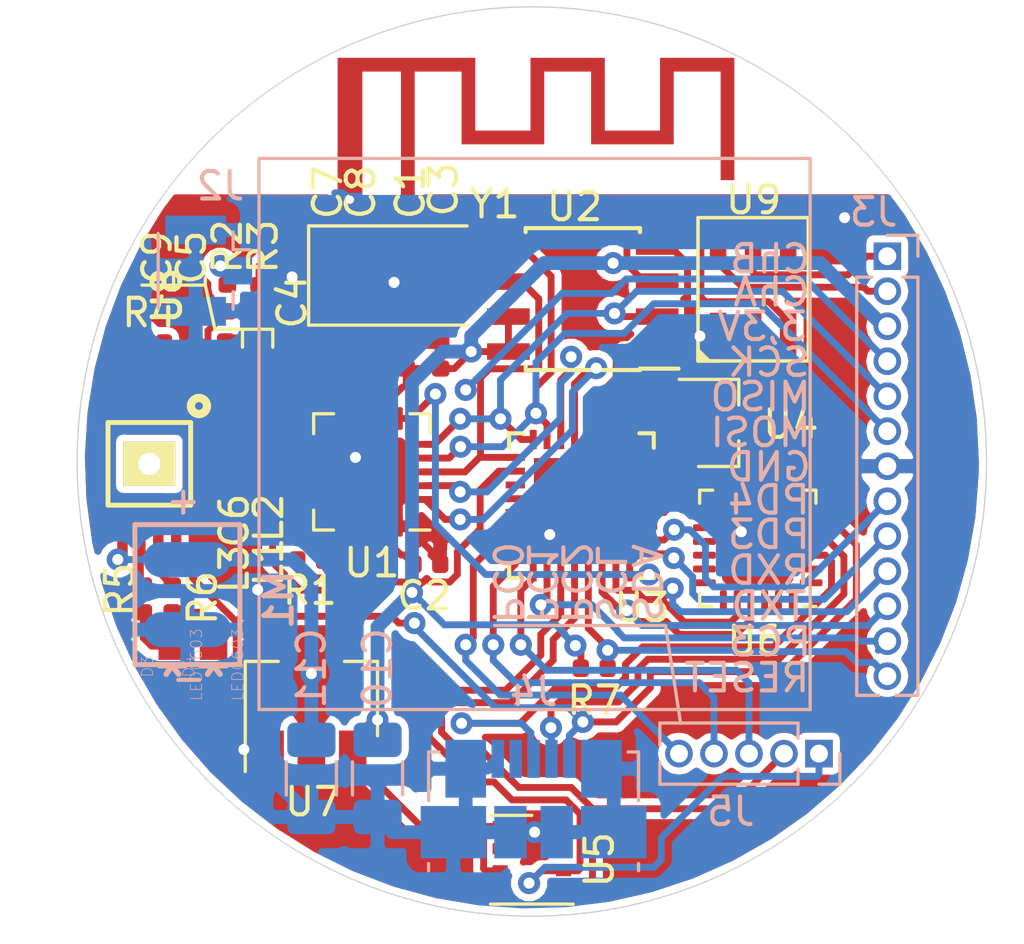
<source format=kicad_pcb>
(kicad_pcb (version 20171130) (host pcbnew 6.0.0-rc1-unknown-15e0771~66~ubuntu16.04.1)
  (title_block (date 2018-09-02))
  (layers (0 F.Cu signal) (31 B.Cu signal) (34 B.Paste user) (35 F.Paste user) (36 B.SilkS user) (37 F.SilkS user) (38 B.Mask user) (39 F.Mask user hide) (44 Edge.Cuts user))
  (net 0 "")
  (net 1 3,3V)
  (net 2 GND)
  (net 3 "Net-(C2-Pad1)")
  (net 4 "Net-(C4-Pad2)")
  (net 5 "Net-(C6-Pad1)")
  (net 6 "Net-(C6-Pad2)")
  (net 7 "Net-(C7-Pad2)")
  (net 8 "Net-(C8-Pad2)")
  (net 9 "Net-(L1-Pad2)")
  (net 10 "Net-(L1-Pad1)")
  (net 11 "Net-(R1-Pad1)")
  (net 12 CE)
  (net 13 CSN)
  (net 14 SCK)
  (net 15 MOSI)
  (net 16 MISO)
  (net 17 IRQ)
  (net 18 "Net-(J1-Pad1)")
  (net 19 "Net-(J2-Pad1)")
  (net 20 CRYPT)
  (net 21 CSMEM)
  (net 22 DATA)
  (net 23 i2c_SDA)
  (net 24 i2c_SCL)
  (net 25 "Net-(J4-Pad2)")
  (net 26 "Net-(J4-Pad3)")
  (net 27 TXD)
  (net 28 RXD)
  (net 29 "Net-(C11-Pad1)")
  (net 30 "Net-(D4-PadC)")
  (net 31 "Net-(D3-PadC)")
  (net 32 "Net-(R6-Pad1)")
  (net 33 "Net-(R5-Pad1)")
  (net 34 "Net-(D3-PadA)")
  (net 35 "Net-(R4-Pad1)")
  (net 36 "Net-(J3-Pad8)")
  (net 37 "Net-(J3-Pad9)")
  (net 38 ChA)
  (net 39 ChB)
  (net 40 "Net-(J3-Pad12)")
  (net 41 "Net-(J3-Pad13)")
  (net 42 "Net-(J5-Pad3)")
  (net 43 "Net-(J5-Pad4)")
  (net 44 "Net-(J5-Pad5)")
  (module Connector_PinHeader_1.27mm:PinHeader_1x05_P1.27mm_Vertical (layer B.Cu) (at 158.67 90.75 90)
    (fp_text reference J5 (at -2.1 -3.2 180) (layer B.SilkS) (effects (justify mirror)))
    (fp_text value HEADER-1x05)
    (pad 1 thru_hole rect (at 0 0 90) (size 1 1) (drill 0.65) (layers *.Cu *.Mask) (net 23 i2c_SDA))
    (pad 2 thru_hole oval (at 0 -1.27 90) (size 1 1) (drill 0.65) (layers *.Cu *.Mask) (net 24 i2c_SCL))
    (pad 3 thru_hole oval (at 0 -2.54 90) (size 1 1) (drill 0.65) (layers *.Cu *.Mask) (net 42 "Net-(J5-Pad3)"))
    (pad 4 thru_hole oval (at 0 -3.81 90) (size 1 1) (drill 0.65) (layers *.Cu *.Mask) (net 43 "Net-(J5-Pad4)"))
    (pad 5 thru_hole oval (at 0 -5.08 90) (size 1 1) (drill 0.65) (layers *.Cu *.Mask) (net 44 "Net-(J5-Pad5)"))
  )
  (module Connector_PinHeader_1.27mm:PinHeader_1x13_P1.27mm_Vertical (layer B.Cu) (at 161.15 72.7 180)
    (fp_text reference J3 (at 0.5 1.6 180) (layer B.SilkS) (effects (justify mirror)))
    (fp_text value HEADER-1x13)
    (pad 1 thru_hole rect (at 0 0 180) (size 1 1) (drill 0.65) (layers *.Cu *.Mask) (net 39 ChB))
    (pad 2 thru_hole oval (at 0 -1.27 180) (size 1 1) (drill 0.65) (layers *.Cu *.Mask) (net 38 ChA))
    (pad 3 thru_hole oval (at 0 -2.54 180) (size 1 1) (drill 0.65) (layers *.Cu *.Mask) (net 1 3,3V))
    (pad 4 thru_hole oval (at 0 -3.81 180) (size 1 1) (drill 0.65) (layers *.Cu *.Mask) (net 14 SCK))
    (pad 5 thru_hole oval (at 0 -5.08 180) (size 1 1) (drill 0.65) (layers *.Cu *.Mask) (net 16 MISO))
    (pad 6 thru_hole oval (at 0 -6.35 180) (size 1 1) (drill 0.65) (layers *.Cu *.Mask) (net 15 MOSI))
    (pad 7 thru_hole oval (at 0 -7.62 180) (size 1 1) (drill 0.65) (layers *.Cu *.Mask) (net 2 GND))
    (pad 8 thru_hole oval (at 0 -8.89 180) (size 1 1) (drill 0.65) (layers *.Cu *.Mask) (net 36 "Net-(J3-Pad8)"))
    (pad 9 thru_hole oval (at 0 -10.16 180) (size 1 1) (drill 0.65) (layers *.Cu *.Mask) (net 37 "Net-(J3-Pad9)"))
    (pad 10 thru_hole oval (at 0 -11.43 180) (size 1 1) (drill 0.65) (layers *.Cu *.Mask) (net 28 RXD))
    (pad 11 thru_hole oval (at 0 -12.7 180) (size 1 1) (drill 0.65) (layers *.Cu *.Mask) (net 27 TXD))
    (pad 12 thru_hole oval (at 0 -13.97 180) (size 1 1) (drill 0.65) (layers *.Cu *.Mask) (net 40 "Net-(J3-Pad12)"))
    (pad 13 thru_hole oval (at 0 -15.24 180) (size 1 1) (drill 0.65) (layers *.Cu *.Mask) (net 41 "Net-(J3-Pad13)"))
  )
  (module Resistor_SMD:R_0402_1005Metric (layer F.Cu) (at 150.515 87.65 180)
    (fp_text reference R7 (at 0 -1.17 180) (layer F.SilkS))
    (fp_text value 10k)
    (pad 1 smd roundrect (at -0.485 0 180) (size 0.59 0.64) (layers F.Cu F.Paste F.Mask) (net 41 "Net-(J3-Pad13)"))
    (pad 2 smd roundrect (at 0.485 0 180) (size 0.59 0.64) (layers F.Cu F.Paste F.Mask) (net 1 3,3V))
  )
  (module SparkFun-LED:LED-0603 (layer F.Cu) (at 135.2 87.7263)
    (fp_text reference D3 (at -0.89916 -0.127 90) (layer B.SilkS) (effects (font (size 0.4064 0.4064) (thickness 0.0254))))
    (fp_text value LED0603 (at 0.8763 -0.2032 90) (layer B.SilkS) (effects (font (size 0.4064 0.4064) (thickness 0.0254))))
    (pad C smd rect (at 0 -0.8763) (size 0.99822 0.99822) (layers F.Cu F.Paste F.Mask) (net 31 "Net-(D3-PadC)"))
    (pad A smd rect (at 0 0.8763) (size 0.99822 0.99822) (layers F.Cu F.Paste F.Mask) (net 34 "Net-(D3-PadA)"))
  )
  (module SparkFun-LED:LED-0603 (layer F.Cu) (at 136.7 87.7263)
    (fp_text reference D4 (at -0.89916 -0.127 90) (layer B.SilkS) (effects (font (size 0.4064 0.4064) (thickness 0.0254))))
    (fp_text value LED0603 (at 0.8763 -0.2032 90) (layer B.SilkS) (effects (font (size 0.4064 0.4064) (thickness 0.0254))))
    (pad C smd rect (at 0 -0.8763) (size 0.99822 0.99822) (layers F.Cu F.Paste F.Mask) (net 30 "Net-(D4-PadC)"))
    (pad A smd rect (at 0 0.8763) (size 0.99822 0.99822) (layers F.Cu F.Paste F.Mask) (net 34 "Net-(D3-PadA)"))
  )
  (module Package_TO_SOT_SMD:SOT-89-3 (layer F.Cu) (at 140.25 89.1835 90)
    (fp_text reference U7 (at -3.3165 0.05 180) (layer F.SilkS))
    (fp_text value HT7533-1)
    (pad 2 smd trapezoid (at 2.667 0) (size 1.6 0.85) (rect_delta 0 0.6) (layers F.Cu F.Paste F.Mask) (net 29 "Net-(C11-Pad1)"))
    (pad 1 smd rect (at -1.48 -1.5) (size 1 1.5) (layers F.Cu F.Paste F.Mask) (net 2 GND))
    (pad 2 smd rect (at -1.3335 0) (size 1 1.8) (layers F.Cu F.Paste F.Mask) (net 29 "Net-(C11-Pad1)"))
    (pad 3 smd rect (at -1.48 1.5) (size 1 1.5) (layers F.Cu F.Paste F.Mask) (net 1 3,3V))
    (pad 2 smd rect (at 1.3335 0) (size 2.2 1.84) (layers F.Cu F.Paste F.Mask) (net 29 "Net-(C11-Pad1)"))
    (pad 2 smd trapezoid (at -0.0762 0 180) (size 1.5 1) (rect_delta 0 0.7) (layers F.Cu F.Paste F.Mask) (net 29 "Net-(C11-Pad1)"))
  )
  (module Capacitor_SMD:C_1206_3216Metric (layer B.Cu) (at 142.65 91.65 270)
    (fp_text reference C10 (at -4 0 270) (layer B.SilkS) (effects (justify mirror)))
    (fp_text value TAJA106K016RNJ)
    (pad 2 smd roundrect (at 1.4 0 270) (size 1.25 1.75) (layers B.Cu B.Paste B.Mask) (roundrect_rratio 0.2) (net 2 GND))
    (pad 1 smd roundrect (at -1.4 0 270) (size 1.25 1.75) (layers B.Cu B.Paste B.Mask) (roundrect_rratio 0.2) (net 1 3,3V))
  )
  (module Capacitor_SMD:C_1206_3216Metric (layer B.Cu) (at 140.25 91.65 270)
    (fp_text reference C11 (at -4 0 270) (layer B.SilkS) (effects (justify mirror)))
    (fp_text value TAJA106K016RNJ)
    (pad 1 smd roundrect (at -1.4 0 270) (size 1.25 1.75) (layers B.Cu B.Paste B.Mask) (roundrect_rratio 0.2) (net 29 "Net-(C11-Pad1)"))
    (pad 2 smd roundrect (at 1.4 0 270) (size 1.25 1.75) (layers B.Cu B.Paste B.Mask) (roundrect_rratio 0.2) (net 2 GND))
  )
  (module Package_DFN_QFN:QFN-32-1EP_5x5mm_P0.5mm_EP3.45x3.45mm (layer F.Cu) (at 150.05 81.75 180)
    (fp_text reference U3 (at -2.2 -3.7 180) (layer F.SilkS))
    (fp_text value ATMEGA328P-M)
    (pad 1 smd rect (at -2.4 -1.75 180) (size 0.7 0.25) (layers F.Cu F.Paste F.Mask) (net 37 "Net-(J3-Pad9)"))
    (pad 2 smd rect (at -2.4 -1.25 180) (size 0.7 0.25) (layers F.Cu F.Paste F.Mask) (net 36 "Net-(J3-Pad8)"))
    (pad 3 smd rect (at -2.4 -0.75 180) (size 0.7 0.25) (layers F.Cu F.Paste F.Mask) (net 2 GND))
    (pad 4 smd rect (at -2.4 -0.25 180) (size 0.7 0.25) (layers F.Cu F.Paste F.Mask) (net 1 3,3V))
    (pad 5 smd rect (at -2.4 0.25 180) (size 0.7 0.25) (layers F.Cu F.Paste F.Mask) (net 2 GND))
    (pad 6 smd rect (at -2.4 0.75 180) (size 0.7 0.25) (layers F.Cu F.Paste F.Mask) (net 1 3,3V))
    (pad 7 smd rect (at -2.4 1.25 180) (size 0.7 0.25) (layers F.Cu F.Paste F.Mask))
    (pad 8 smd rect (at -2.4 1.75 180) (size 0.7 0.25) (layers F.Cu F.Paste F.Mask))
    (pad 9 smd rect (at -1.75 2.4 270) (size 0.7 0.25) (layers F.Cu F.Paste F.Mask))
    (pad 10 smd rect (at -1.25 2.4 270) (size 0.7 0.25) (layers F.Cu F.Paste F.Mask) (net 20 CRYPT))
    (pad 11 smd rect (at -0.75 2.4 270) (size 0.7 0.25) (layers F.Cu F.Paste F.Mask) (net 22 DATA))
    (pad 12 smd rect (at -0.25 2.4 270) (size 0.7 0.25) (layers F.Cu F.Paste F.Mask) (net 21 CSMEM))
    (pad 13 smd rect (at 0.25 2.4 270) (size 0.7 0.25) (layers F.Cu F.Paste F.Mask) (net 12 CE))
    (pad 14 smd rect (at 0.75 2.4 270) (size 0.7 0.25) (layers F.Cu F.Paste F.Mask) (net 13 CSN))
    (pad 15 smd rect (at 1.25 2.4 270) (size 0.7 0.25) (layers F.Cu F.Paste F.Mask) (net 15 MOSI))
    (pad 16 smd rect (at 1.75 2.4 270) (size 0.7 0.25) (layers F.Cu F.Paste F.Mask) (net 16 MISO))
    (pad 17 smd rect (at 2.4 1.75 180) (size 0.7 0.25) (layers F.Cu F.Paste F.Mask) (net 14 SCK))
    (pad 18 smd rect (at 2.4 1.25 180) (size 0.7 0.25) (layers F.Cu F.Paste F.Mask) (net 1 3,3V))
    (pad 19 smd rect (at 2.4 0.75 180) (size 0.7 0.25) (layers F.Cu F.Paste F.Mask))
    (pad 20 smd rect (at 2.4 0.25 180) (size 0.7 0.25) (layers F.Cu F.Paste F.Mask))
    (pad 21 smd rect (at 2.4 -0.25 180) (size 0.7 0.25) (layers F.Cu F.Paste F.Mask) (net 2 GND))
    (pad 22 smd rect (at 2.4 -0.75 180) (size 0.7 0.25) (layers F.Cu F.Paste F.Mask))
    (pad 23 smd rect (at 2.4 -1.25 180) (size 0.7 0.25) (layers F.Cu F.Paste F.Mask) (net 44 "Net-(J5-Pad5)"))
    (pad 24 smd rect (at 2.4 -1.75 180) (size 0.7 0.25) (layers F.Cu F.Paste F.Mask) (net 43 "Net-(J5-Pad4)"))
    (pad 25 smd rect (at 1.75 -2.4 270) (size 0.7 0.25) (layers F.Cu F.Paste F.Mask) (net 42 "Net-(J5-Pad3)"))
    (pad 26 smd rect (at 1.25 -2.4 270) (size 0.7 0.25) (layers F.Cu F.Paste F.Mask) (net 40 "Net-(J3-Pad12)"))
    (pad 27 smd rect (at 0.75 -2.4 270) (size 0.7 0.25) (layers F.Cu F.Paste F.Mask) (net 23 i2c_SDA))
    (pad 28 smd rect (at 0.25 -2.4 270) (size 0.7 0.25) (layers F.Cu F.Paste F.Mask) (net 24 i2c_SCL))
    (pad 29 smd rect (at -0.25 -2.4 270) (size 0.7 0.25) (layers F.Cu F.Paste F.Mask) (net 41 "Net-(J3-Pad13)"))
    (pad 30 smd rect (at -0.75 -2.4 270) (size 0.7 0.25) (layers F.Cu F.Paste F.Mask) (net 27 TXD))
    (pad 31 smd rect (at -1.25 -2.4 270) (size 0.7 0.25) (layers F.Cu F.Paste F.Mask) (net 28 RXD))
    (pad 32 smd rect (at -1.75 -2.4 270) (size 0.7 0.25) (layers F.Cu F.Paste F.Mask) (net 17 IRQ))
    (pad 33 smd rect (at 0 0 180) (size 3.45 3.45) (layers F.Cu F.Mask) (net 2 GND))
  )
  (module smt-sop:PPSOP8 (layer F.Cu) (at 134.369934 80.234794 180)
    (fp_text reference U8 (at -1.230066 4.984794 -90) (layer F.SilkS) (effects (font (thickness 0.18)) (justify left bottom)))
    (fp_text value TP4056 hide)
    (pad 7 smd rect (at -0.325 -2.45 90) (size 1.7 0.38) (layers F.Cu F.Paste F.Mask) (net 32 "Net-(R6-Pad1)"))
    (pad 6 smd rect (at 0.325 -2.45 90) (size 1.7 0.38) (layers F.Cu F.Paste F.Mask) (net 33 "Net-(R5-Pad1)"))
    (pad 5 smd rect (at 0.975 -2.45 90) (size 1.7 0.38) (layers F.Cu F.Paste F.Mask) (net 29 "Net-(C11-Pad1)"))
    (pad 8 smd rect (at -0.975 -2.45 90) (size 1.7 0.38) (layers F.Cu F.Paste F.Mask) (net 34 "Net-(D3-PadA)"))
    (pad 1 smd rect (at -0.975 2.45 90) (size 1.7 0.38) (layers F.Cu F.Paste F.Mask))
    (pad 2 smd rect (at -0.325 2.45 90) (size 1.7 0.38) (layers F.Cu F.Paste F.Mask) (net 35 "Net-(R4-Pad1)"))
    (pad 3 smd rect (at 0.325 2.45 90) (size 1.7 0.38) (layers F.Cu F.Paste F.Mask) (net 2 GND))
    (pad 4 smd rect (at 0.975 2.45 90) (size 1.7 0.38) (layers F.Cu F.Paste F.Mask) (net 34 "Net-(D3-PadA)"))
    (pad EP thru_hole rect (at 0 0 180) (size 1.9 1.6) (drill 0.8) (layers *.Cu *.Mask F.SilkS))
  )
  (module Resistor_SMD:R_0402_1005Metric (layer F.Cu) (at 134.415 75.85 180)
    (fp_text reference R4 (at 0.05 1.1 180) (layer F.SilkS))
    (fp_text value Rprog)
    (pad 1 smd roundrect (at -0.485 0 180) (size 0.59 0.64) (layers F.Cu F.Paste F.Mask) (net 35 "Net-(R4-Pad1)"))
    (pad 2 smd roundrect (at 0.485 0 180) (size 0.59 0.64) (layers F.Cu F.Paste F.Mask) (net 2 GND))
  )
  (module Resistor_SMD:R_0402_1005Metric (layer F.Cu) (at 134.15 85.135 270)
    (fp_text reference R5 (at -0.335 0.85 270) (layer F.SilkS))
    (fp_text value 1k)
    (pad 2 smd roundrect (at 0.485 0 270) (size 0.59 0.64) (layers F.Cu F.Paste F.Mask) (net 31 "Net-(D3-PadC)"))
    (pad 1 smd roundrect (at -0.485 0 270) (size 0.59 0.64) (layers F.Cu F.Paste F.Mask) (net 33 "Net-(R5-Pad1)"))
  )
  (module Resistor_SMD:R_0402_1005Metric (layer F.Cu) (at 135.2 85.135 270)
    (fp_text reference R6 (at -0.035 -1.1 270) (layer F.SilkS))
    (fp_text value 1k)
    (pad 1 smd roundrect (at -0.485 0 270) (size 0.59 0.64) (layers F.Cu F.Paste F.Mask) (net 32 "Net-(R6-Pad1)"))
    (pad 2 smd roundrect (at 0.485 0 270) (size 0.59 0.64) (layers F.Cu F.Paste F.Mask) (net 30 "Net-(D4-PadC)"))
  )
  (module Package_DFN_QFN:QFN-24-1EP_4x4mm_P0.5mm_EP2.6x2.6mm (layer F.Cu) (at 156.45 83.3 180)
    (fp_text reference U6 (at 0.1 -3.35 180) (layer F.SilkS))
    (fp_text value CP2102N-A01-GQFN24)
    (pad 25 smd roundrect (at 0 0 180) (size 2.6 2.6) (layers F.Cu F.Mask) (roundrect_rratio 0.096154) (net 2 GND))
    (pad 1 smd roundrect (at -1.9375 -1.25 180) (size 0.825 0.25) (layers F.Cu F.Paste F.Mask))
    (pad 2 smd roundrect (at -1.9375 -0.75 180) (size 0.825 0.25) (layers F.Cu F.Paste F.Mask) (net 2 GND))
    (pad 3 smd roundrect (at -1.9375 -0.25 180) (size 0.825 0.25) (layers F.Cu F.Paste F.Mask) (net 26 "Net-(J4-Pad3)"))
    (pad 4 smd roundrect (at -1.9375 0.25 180) (size 0.825 0.25) (layers F.Cu F.Paste F.Mask) (net 25 "Net-(J4-Pad2)"))
    (pad 5 smd roundrect (at -1.9375 0.75 180) (size 0.825 0.25) (layers F.Cu F.Paste F.Mask))
    (pad 6 smd roundrect (at -1.9375 1.25 180) (size 0.825 0.25) (layers F.Cu F.Paste F.Mask) (net 34 "Net-(D3-PadA)"))
    (pad 7 smd roundrect (at -1.25 1.9375 180) (size 0.25 0.825) (layers F.Cu F.Paste F.Mask))
    (pad 8 smd roundrect (at -0.75 1.9375 180) (size 0.25 0.825) (layers F.Cu F.Paste F.Mask))
    (pad 9 smd roundrect (at -0.25 1.9375 180) (size 0.25 0.825) (layers F.Cu F.Paste F.Mask))
    (pad 10 smd roundrect (at 0.25 1.9375 180) (size 0.25 0.825) (layers F.Cu F.Paste F.Mask))
    (pad 11 smd roundrect (at 0.75 1.9375 180) (size 0.25 0.825) (layers F.Cu F.Paste F.Mask))
    (pad 12 smd roundrect (at 1.25 1.9375 180) (size 0.25 0.825) (layers F.Cu F.Paste F.Mask))
    (pad 13 smd roundrect (at 1.9375 1.25 180) (size 0.825 0.25) (layers F.Cu F.Paste F.Mask))
    (pad 14 smd roundrect (at 1.9375 0.75 180) (size 0.825 0.25) (layers F.Cu F.Paste F.Mask))
    (pad 15 smd roundrect (at 1.9375 0.25 180) (size 0.825 0.25) (layers F.Cu F.Paste F.Mask))
    (pad 16 smd roundrect (at 1.9375 -0.25 180) (size 0.825 0.25) (layers F.Cu F.Paste F.Mask))
    (pad 17 smd roundrect (at 1.9375 -0.75 180) (size 0.825 0.25) (layers F.Cu F.Paste F.Mask))
    (pad 18 smd roundrect (at 1.9375 -1.25 180) (size 0.825 0.25) (layers F.Cu F.Paste F.Mask))
    (pad 19 smd roundrect (at 1.25 -1.9375 180) (size 0.25 0.825) (layers F.Cu F.Paste F.Mask))
    (pad 20 smd roundrect (at 0.75 -1.9375 180) (size 0.25 0.825) (layers F.Cu F.Paste F.Mask) (net 28 RXD))
    (pad 21 smd roundrect (at 0.25 -1.9375 180) (size 0.25 0.825) (layers F.Cu F.Paste F.Mask) (net 27 TXD))
    (pad 22 smd roundrect (at -0.25 -1.9375 180) (size 0.25 0.825) (layers F.Cu F.Paste F.Mask))
    (pad 23 smd roundrect (at -0.75 -1.9375 180) (size 0.25 0.825) (layers F.Cu F.Paste F.Mask))
    (pad 24 smd roundrect (at -1.25 -1.9375 180) (size 0.25 0.825) (layers F.Cu F.Paste F.Mask))
  )
  (module Connector_USB:USB_Micro-B_Molex_47346-0001 (layer B.Cu) (at 148.3125 92.4 180)
    (fp_text reference J4 (at 0 3.9) (layer B.SilkS) (effects (justify mirror)))
    (fp_text value USB_B_Micro)
    (pad 1 smd rect (at -1.3 1.46 180) (size 0.45 1.38) (layers B.Cu B.Paste B.Mask) (net 34 "Net-(D3-PadA)"))
    (pad 2 smd rect (at -0.65 1.46 180) (size 0.45 1.38) (layers B.Cu B.Paste B.Mask) (net 25 "Net-(J4-Pad2)"))
    (pad 3 smd rect (at 0 1.46 180) (size 0.45 1.38) (layers B.Cu B.Paste B.Mask) (net 26 "Net-(J4-Pad3)"))
    (pad 4 smd rect (at 0.65 1.46 180) (size 0.45 1.38) (layers B.Cu B.Paste B.Mask))
    (pad 5 smd rect (at 1.3 1.46 180) (size 0.45 1.38) (layers B.Cu B.Paste B.Mask) (net 2 GND))
    (pad 6 smd rect (at -2.4625 1.1 180) (size 1.475 2.1) (layers B.Cu B.Paste B.Mask) (net 2 GND))
    (pad 6 smd rect (at 2.4625 1.1 180) (size 1.475 2.1) (layers B.Cu B.Paste B.Mask) (net 2 GND))
    (pad 6 smd rect (at -2.91 -1.2 180) (size 2.375 1.9) (layers B.Cu B.Paste B.Mask) (net 2 GND))
    (pad 6 smd rect (at 2.91 -1.2 180) (size 2.375 1.9) (layers B.Cu B.Paste B.Mask) (net 2 GND))
    (pad 6 smd rect (at -0.84 -1.2 180) (size 1.175 1.9) (layers B.Cu B.Paste B.Mask) (net 2 GND))
    (pad 6 smd rect (at 0.84 -1.2 180) (size 1.175 1.9) (layers B.Cu B.Paste B.Mask) (net 2 GND))
  )
  (module conn-wire-pads:WP-50mil-1x02 (layer B.Cu) (at 135.75 84.98 90)
    (fp_text reference M1 (at 0.98 3.9 90) (layer B.SilkS) (effects (font (thickness 0.18)) (justify left bottom mirror)))
    (fp_text value CR1220SMD hide)
    (pad 1 smd oval (at -1.27 0 90) (size 1.27 3.175) (layers B.Cu B.Paste B.Mask) (net 2 GND))
    (pad 2 smd oval (at 1.27 0 90) (size 1.27 3.175) (layers B.Cu B.Paste B.Mask) (net 29 "Net-(C11-Pad1)"))
  )
  (module imm:bme280 (layer F.Cu) (at 148.25 94.6 270)
    (fp_text reference U5 (at 0 -2.45 270) (layer F.SilkS))
    (fp_text value BME280)
    (pad 1 smd rect (at -1.2 -1.15 270) (size 0.4 0.55) (layers F.Cu F.Paste F.Mask) (net 2 GND))
    (pad 2 smd rect (at -0.4 -1.15 270) (size 0.4 0.55) (layers F.Cu F.Paste F.Mask))
    (pad 3 smd rect (at 0.4 -1.15 270) (size 0.4 0.55) (layers F.Cu F.Paste F.Mask) (net 23 i2c_SDA))
    (pad 4 smd rect (at 1.2 -1.15 270) (size 0.4 0.55) (layers F.Cu F.Paste F.Mask) (net 24 i2c_SCL))
    (pad 5 smd rect (at 1.2 1.15 270) (size 0.4 0.55) (layers F.Cu F.Paste F.Mask))
    (pad 6 smd rect (at 0.4 1.15 270) (size 0.4 0.55) (layers F.Cu F.Paste F.Mask) (net 1 3,3V))
    (pad 7 smd rect (at -0.4 1.15 270) (size 0.4 0.55) (layers F.Cu F.Paste F.Mask) (net 2 GND))
    (pad 8 smd rect (at -1.2 1.15 270) (size 0.4 0.55) (layers F.Cu F.Paste F.Mask) (net 1 3,3V))
  )
  (module Connector_Coaxial:U.FL_Hirose_U.FL-R-SMT-1_Vertical (layer B.Cu) (at 136.525 73.225 180)
    (fp_text reference J2 (at -0.425 3.075 180) (layer B.SilkS) (effects (justify mirror)))
    (fp_text value U.FL)
    (pad 2 smd rect (at 0.475 -1.475 180) (size 2.2 1.05) (layers B.Cu B.Paste B.Mask) (net 2 GND))
    (pad 1 smd rect (at -1.05 0 180) (size 1.05 1) (layers B.Cu B.Paste B.Mask) (net 19 "Net-(J2-Pad1)"))
    (pad 2 smd rect (at 0.475 1.475 180) (size 2.2 1.05) (layers B.Cu B.Paste B.Mask) (net 2 GND))
  )
  (module imm:tsoc-6 (layer F.Cu) (at 156.28 73.9)
    (fp_text reference U9 (at 0.02 -3.25) (layer F.SilkS))
    (fp_text value DS2423 hide)
    (pad 6 smd rect (at -1.27 -1.7) (size 0.6 1.7) (layers F.Cu F.Paste F.Mask) (net 38 ChA))
    (pad 5 smd rect (at 0 -1.7) (size 0.6 1.7) (layers F.Cu F.Paste F.Mask) (net 39 ChB))
    (pad 4 smd rect (at 1.27 -1.7) (size 0.6 1.7) (layers F.Cu F.Paste F.Mask))
    (pad 3 smd rect (at 1.27 1.7) (size 0.6 1.7) (layers F.Cu F.Paste F.Mask) (net 1 3,3V))
    (pad 2 smd rect (at 0 1.7) (size 0.6 1.7) (layers F.Cu F.Paste F.Mask) (net 22 DATA))
    (pad 1 smd rect (at -1.27 1.7) (size 0.6 1.7) (layers F.Cu F.Paste F.Mask) (net 2 GND))
  )
  (module Package_SO:SOIC-8_3.9x4.9mm_P1.27mm (layer F.Cu) (at 150.1 74.255 180)
    (fp_text reference U2 (at 0.3 3.355) (layer F.SilkS))
    (fp_text value AT25xxx)
    (pad 1 smd rect (at -2.7 -1.905 180) (size 1.55 0.6) (layers F.Cu F.Paste F.Mask) (net 21 CSMEM))
    (pad 2 smd rect (at -2.7 -0.635 180) (size 1.55 0.6) (layers F.Cu F.Paste F.Mask) (net 16 MISO))
    (pad 3 smd rect (at -2.7 0.635 180) (size 1.55 0.6) (layers F.Cu F.Paste F.Mask) (net 1 3,3V))
    (pad 4 smd rect (at -2.7 1.905 180) (size 1.55 0.6) (layers F.Cu F.Paste F.Mask) (net 2 GND))
    (pad 5 smd rect (at 2.7 1.905 180) (size 1.55 0.6) (layers F.Cu F.Paste F.Mask) (net 15 MOSI))
    (pad 6 smd rect (at 2.7 0.635 180) (size 1.55 0.6) (layers F.Cu F.Paste F.Mask) (net 14 SCK))
    (pad 7 smd rect (at 2.7 -0.635 180) (size 1.55 0.6) (layers F.Cu F.Paste F.Mask) (net 1 3,3V))
    (pad 8 smd rect (at 2.7 -1.905 180) (size 1.55 0.6) (layers F.Cu F.Paste F.Mask) (net 1 3,3V))
  )
  (module Package_TO_SOT_SMD:SOT-23 (layer F.Cu) (at 155 78.75)
    (fp_text reference U4 (at 2.65 0.05) (layer F.SilkS))
    (fp_text value ATSHA204-TSU)
    (pad 1 smd rect (at -1 -0.95) (size 0.9 0.8) (layers F.Cu F.Paste F.Mask) (net 20 CRYPT))
    (pad 2 smd rect (at -1 0.95) (size 0.9 0.8) (layers F.Cu F.Paste F.Mask) (net 1 3,3V))
    (pad 3 smd rect (at 1 0) (size 0.9 0.8) (layers F.Cu F.Paste F.Mask) (net 2 GND))
  )
  (module RF_Antenna:Texas_SWRA117D_2.4GHz_Right (layer F.Cu) (at 143.75 70.65)
    (fp_text reference J1 hide)
    (fp_text value U.FL)
    (fp_poly (pts (xy 2.45 -2.51) (xy 4.45 -2.51) (xy 4.45 -5.15) (xy 7.15 -5.15) (xy 7.15 -2.51) (xy 9.15 -2.51) (xy 9.15 -5.15) (xy 11.85 -5.15) (xy 11.85 -0.71) (xy 11.35 -0.71) (xy 11.35 -4.65) (xy 9.65 -4.65) (xy 9.65 -2.01) (xy 6.65 -2.01) (xy 6.65 -4.65) (xy 4.95 -4.65) (xy 4.95 -2.01) (xy 1.95 -2.01) (xy 1.95 -4.65) (xy 0.25 -4.65) (xy 0.25 0.25) (xy -0.25 0.25) (xy -0.25 -4.65) (xy -1.65 -4.65) (xy -1.65 0.25) (xy -2.55 0.25) (xy -2.55 0.006785) (xy -2.247583 0.006785) (xy -2.237742 0.054395) (xy -2.213674 0.096797) (xy -2.175731 0.129581) (xy -2.167819 0.133935) (xy -2.125156 0.146043) (xy -2.076637 0.1453) (xy -2.031122 0.1324) (xy -2.012511 0.121787) (xy -1.978868 0.086553) (xy -1.958309 0.041368) (xy -1.951778 -0.008158) (xy -1.960218 -0.056417) (xy -1.977112 -0.088643) (xy -2.012372 -0.121313) (xy -2.057682 -0.141408) (xy -2.107267 -0.147982) (xy -2.155353 -0.140092) (xy -2.188245 -0.123186) (xy -2.223185 -0.086416) (xy -2.242847 -0.041622) (xy -2.247583 0.006785) (xy -2.55 0.006785) (xy -2.55 -5.15) (xy 2.45 -5.15) (xy 2.45 -2.51)) (layer F.Cu) (width 0))
    (pad 2 thru_hole rect (at -2.1 0) (size 0.9 0.5) (drill 0.3) (layers *.Cu) (net 2 GND))
    (pad 1 connect rect (at 0 0) (size 0.5 0.5) (layers F.Cu) (net 18 "Net-(J1-Pad1)"))
  )
  (module Resistor_SMD:R_0402_1005Metric (layer F.Cu) (at 137.2 74.215 270)
    (fp_text reference R2 (at -1.865 0 270) (layer F.SilkS))
    (fp_text value 000)
    (pad 1 smd roundrect (at -0.485 0 270) (size 0.59 0.64) (layers F.Cu F.Paste F.Mask) (net 19 "Net-(J2-Pad1)"))
    (pad 2 smd roundrect (at 0.485 0 270) (size 0.59 0.64) (layers F.Cu F.Paste F.Mask) (net 5 "Net-(C6-Pad1)"))
  )
  (module Capacitor_SMD:C_0402_1005Metric (layer F.Cu) (at 143.691645 76.291299 90)
    (fp_text reference C1 (at 5.915 0.15 90) (layer F.SilkS))
    (fp_text value "1 nF")
    (pad 1 smd roundrect (at -0.485 0 90) (size 0.59 0.64) (layers F.Cu F.Paste F.Mask) (net 1 3,3V))
    (pad 2 smd roundrect (at 0.485 0 90) (size 0.59 0.64) (layers F.Cu F.Paste F.Mask) (net 2 GND))
  )
  (module Capacitor_SMD:C_0402_1005Metric (layer F.Cu) (at 144.441645 83.876299)
    (fp_text reference C2 (at -0.1 1.15) (layer F.SilkS))
    (fp_text value "33 nF")
    (pad 2 smd roundrect (at 0.485 0) (size 0.59 0.64) (layers F.Cu F.Paste F.Mask) (net 2 GND))
    (pad 1 smd roundrect (at -0.485 0) (size 0.59 0.64) (layers F.Cu F.Paste F.Mask) (net 3 "Net-(C2-Pad1)"))
  )
  (module Capacitor_SMD:C_0402_1005Metric (layer F.Cu) (at 144.941645 76.291299 90)
    (fp_text reference C3 (at 6.015 0.1 90) (layer F.SilkS))
    (fp_text value "10 nF")
    (pad 2 smd roundrect (at 0.485 0 90) (size 0.59 0.64) (layers F.Cu F.Paste F.Mask) (net 2 GND))
    (pad 1 smd roundrect (at -0.485 0 90) (size 0.59 0.64) (layers F.Cu F.Paste F.Mask) (net 1 3,3V))
  )
  (module Capacitor_SMD:C_0402_1005Metric (layer F.Cu) (at 139.391645 76.291299 270)
    (fp_text reference C4 (at -1.941299 -0.158355 270) (layer F.SilkS))
    (fp_text value "2,2 nF")
    (pad 1 smd roundrect (at -0.485 0 270) (size 0.59 0.64) (layers F.Cu F.Paste F.Mask) (net 2 GND))
    (pad 2 smd roundrect (at 0.485 0 270) (size 0.59 0.64) (layers F.Cu F.Paste F.Mask) (net 4 "Net-(C4-Pad2)"))
  )
  (module Capacitor_SMD:C_0402_1005Metric (layer F.Cu) (at 138.341645 76.291299 270)
    (fp_text reference C5 (at -3.541299 2.441645 270) (layer F.SilkS))
    (fp_text value "4,7 pF")
    (pad 2 smd roundrect (at 0.485 0 270) (size 0.59 0.64) (layers F.Cu F.Paste F.Mask) (net 4 "Net-(C4-Pad2)"))
    (pad 1 smd roundrect (at -0.485 0 270) (size 0.59 0.64) (layers F.Cu F.Paste F.Mask) (net 2 GND))
  )
  (module Capacitor_SMD:C_0402_1005Metric (layer F.Cu) (at 137.141645 78.291299 270)
    (fp_text reference C6 (at 4.008701 -0.308355 270) (layer F.SilkS))
    (fp_text value "1,5 pF")
    (pad 1 smd roundrect (at -0.485 0 270) (size 0.59 0.64) (layers F.Cu F.Paste F.Mask) (net 5 "Net-(C6-Pad1)"))
    (pad 2 smd roundrect (at 0.485 0 270) (size 0.59 0.64) (layers F.Cu F.Paste F.Mask) (net 6 "Net-(C6-Pad2)"))
  )
  (module Capacitor_SMD:C_0402_1005Metric (layer F.Cu) (at 140.941645 76.291299 270)
    (fp_text reference C7 (at -5.915 0.1 270) (layer F.SilkS))
    (fp_text value "22 pF")
    (pad 2 smd roundrect (at 0.485 0 270) (size 0.59 0.64) (layers F.Cu F.Paste F.Mask) (net 7 "Net-(C7-Pad2)"))
    (pad 1 smd roundrect (at -0.485 0 270) (size 0.59 0.64) (layers F.Cu F.Paste F.Mask) (net 2 GND))
  )
  (module Capacitor_SMD:C_0402_1005Metric (layer F.Cu) (at 142.041645 76.291299 270)
    (fp_text reference C8 (at -5.915 0 270) (layer F.SilkS))
    (fp_text value "22 pF")
    (pad 1 smd roundrect (at -0.485 0 270) (size 0.59 0.64) (layers F.Cu F.Paste F.Mask) (net 2 GND))
    (pad 2 smd roundrect (at 0.485 0 270) (size 0.59 0.64) (layers F.Cu F.Paste F.Mask) (net 8 "Net-(C8-Pad2)"))
  )
  (module Capacitor_SMD:C_0402_1005Metric (layer F.Cu) (at 137.141645 76.276299 270)
    (fp_text reference C9 (at -3.526299 2.491645 270) (layer F.SilkS))
    (fp_text value "1 pF")
    (pad 1 smd roundrect (at -0.485 0 270) (size 0.59 0.64) (layers F.Cu F.Paste F.Mask) (net 2 GND))
    (pad 2 smd roundrect (at 0.485 0 270) (size 0.59 0.64) (layers F.Cu F.Paste F.Mask) (net 5 "Net-(C6-Pad1)"))
  )
  (module Inductor_SMD:L_0402_1005Metric (layer F.Cu) (at 138.341645 80.291299 270)
    (fp_text reference L1 (at 3.508701 -0.358355 270) (layer F.SilkS))
    (fp_text value "8,2 nH")
    (pad 2 smd roundrect (at 0.485 0 270) (size 0.59 0.64) (layers F.Cu F.Paste F.Mask) (net 9 "Net-(L1-Pad2)"))
    (pad 1 smd roundrect (at -0.485 0 270) (size 0.59 0.64) (layers F.Cu F.Paste F.Mask) (net 10 "Net-(L1-Pad1)"))
  )
  (module Inductor_SMD:L_0402_1005Metric (layer F.Cu) (at 138.341645 78.291299 90)
    (fp_text reference L2 (at -3.908701 0.358355 90) (layer F.SilkS))
    (fp_text value "2,7 nH")
    (pad 1 smd roundrect (at -0.485 0 90) (size 0.59 0.64) (layers F.Cu F.Paste F.Mask) (net 10 "Net-(L1-Pad1)"))
    (pad 2 smd roundrect (at 0.485 0 90) (size 0.59 0.64) (layers F.Cu F.Paste F.Mask) (net 4 "Net-(C4-Pad2)"))
  )
  (module Inductor_SMD:L_0402_1005Metric (layer F.Cu) (at 137.141645 80.276299 90)
    (fp_text reference L3 (at -3.773701 0.308355 90) (layer F.SilkS))
    (fp_text value "3,9 nH")
    (pad 1 smd roundrect (at -0.485 0 90) (size 0.59 0.64) (layers F.Cu F.Paste F.Mask) (net 9 "Net-(L1-Pad2)"))
    (pad 2 smd roundrect (at 0.485 0 90) (size 0.59 0.64) (layers F.Cu F.Paste F.Mask) (net 6 "Net-(C6-Pad2)"))
  )
  (module Resistor_SMD:R_0402_1005Metric (layer F.Cu) (at 140.226645 83.726299 180)
    (fp_text reference R1 (at 0.035 -1.1 180) (layer F.SilkS))
    (fp_text value "22 k")
    (pad 1 smd roundrect (at -0.485 0 180) (size 0.59 0.64) (layers F.Cu F.Paste F.Mask) (net 11 "Net-(R1-Pad1)"))
    (pad 2 smd roundrect (at 0.485 0 180) (size 0.59 0.64) (layers F.Cu F.Paste F.Mask) (net 2 GND))
  )
  (module Package_DFN_QFN:QFN-20-1EP_4x4mm_P0.5mm_EP2.5x2.5mm (layer F.Cu) (at 142.441645 80.526299 180)
    (fp_text reference U1 (at 0 -3.3 180) (layer F.SilkS))
    (fp_text value NRF24L01)
    (pad 21 smd roundrect (at 0 0 180) (size 2.5 2.5) (layers F.Cu F.Mask) (roundrect_rratio 0.1) (net 2 GND))
    (pad 1 smd roundrect (at -1.9375 -1 180) (size 0.825 0.25) (layers F.Cu F.Paste F.Mask) (net 12 CE))
    (pad 2 smd roundrect (at -1.9375 -0.5 180) (size 0.825 0.25) (layers F.Cu F.Paste F.Mask) (net 13 CSN))
    (pad 3 smd roundrect (at -1.9375 0 180) (size 0.825 0.25) (layers F.Cu F.Paste F.Mask) (net 14 SCK))
    (pad 4 smd roundrect (at -1.9375 0.5 180) (size 0.825 0.25) (layers F.Cu F.Paste F.Mask) (net 15 MOSI))
    (pad 5 smd roundrect (at -1.9375 1 180) (size 0.825 0.25) (layers F.Cu F.Paste F.Mask) (net 16 MISO))
    (pad 6 smd roundrect (at -1 1.9375 180) (size 0.25 0.825) (layers F.Cu F.Paste F.Mask) (net 17 IRQ))
    (pad 7 smd roundrect (at -0.5 1.9375 180) (size 0.25 0.825) (layers F.Cu F.Paste F.Mask) (net 1 3,3V))
    (pad 8 smd roundrect (at 0 1.9375 180) (size 0.25 0.825) (layers F.Cu F.Paste F.Mask) (net 2 GND))
    (pad 9 smd roundrect (at 0.5 1.9375 180) (size 0.25 0.825) (layers F.Cu F.Paste F.Mask) (net 8 "Net-(C8-Pad2)"))
    (pad 10 smd roundrect (at 1 1.9375 180) (size 0.25 0.825) (layers F.Cu F.Paste F.Mask) (net 7 "Net-(C7-Pad2)"))
    (pad 11 smd roundrect (at 1.9375 1 180) (size 0.825 0.25) (layers F.Cu F.Paste F.Mask) (net 4 "Net-(C4-Pad2)"))
    (pad 12 smd roundrect (at 1.9375 0.5 180) (size 0.825 0.25) (layers F.Cu F.Paste F.Mask) (net 10 "Net-(L1-Pad1)"))
    (pad 13 smd roundrect (at 1.9375 0 180) (size 0.825 0.25) (layers F.Cu F.Paste F.Mask) (net 9 "Net-(L1-Pad2)"))
    (pad 14 smd roundrect (at 1.9375 -0.5 180) (size 0.825 0.25) (layers F.Cu F.Paste F.Mask) (net 2 GND))
    (pad 15 smd roundrect (at 1.9375 -1 180) (size 0.825 0.25) (layers F.Cu F.Paste F.Mask) (net 1 3,3V))
    (pad 16 smd roundrect (at 1 -1.9375 180) (size 0.25 0.825) (layers F.Cu F.Paste F.Mask) (net 11 "Net-(R1-Pad1)"))
    (pad 17 smd roundrect (at 0.5 -1.9375 180) (size 0.25 0.825) (layers F.Cu F.Paste F.Mask) (net 2 GND))
    (pad 18 smd roundrect (at 0 -1.9375 180) (size 0.25 0.825) (layers F.Cu F.Paste F.Mask) (net 1 3,3V))
    (pad 19 smd roundrect (at -0.5 -1.9375 180) (size 0.25 0.825) (layers F.Cu F.Paste F.Mask) (net 3 "Net-(C2-Pad1)"))
    (pad 20 smd roundrect (at -1 -1.9375 180) (size 0.25 0.825) (layers F.Cu F.Paste F.Mask) (net 2 GND))
  )
  (module Resistor_SMD:R_0402_1005Metric (layer F.Cu) (at 138.35 74.235 270)
    (fp_text reference R3 (at -1.885 -0.15 270) (layer F.SilkS))
    (fp_text value 000)
    (pad 1 smd roundrect (at -0.485 0 270) (size 0.59 0.64) (layers F.Cu F.Paste F.Mask) (net 18 "Net-(J1-Pad1)"))
    (pad 2 smd roundrect (at 0.485 0 270) (size 0.59 0.64) (layers F.Cu F.Paste F.Mask) (net 5 "Net-(C6-Pad1)"))
  )
  (module imm:Crystal_SMD_5032-2Pin_5.0x3.2mm (layer F.Cu) (at 143.2 73.4)
    (fp_text reference Y1 (at 3.7 -2.6) (layer F.SilkS))
    (fp_text value "16 MHz")
    (pad 1 smd rect (at -1.85 0) (size 2 2.4) (layers F.Cu F.Paste F.Mask) (net 7 "Net-(C7-Pad2)"))
    (pad 2 smd rect (at 1.85 0) (size 2 2.4) (layers F.Cu F.Paste F.Mask) (net 8 "Net-(C8-Pad2)"))
  )
  (gr_line (start 153.1 86.1) (end 153.65 89.65) (layer B.SilkS) (width 0.12))
  (gr_line (start 146.9 86.1) (end 153.1 86.1) (layer B.SilkS) (width 0.12))
  (gr_text PC0 (at 147.35 84.55 270) (layer B.SilkS) (effects (font (size 1 1)) (justify mirror)))
  (gr_text PC1 (at 148.6 84.55 270) (layer B.SilkS) (effects (font (size 1 1)) (justify mirror)))
  (gr_text PC2 (at 149.85 84.55 270) (layer B.SilkS) (effects (font (size 1 1)) (justify mirror)))
  (gr_text SCL (at 151.1 84.6 270) (layer B.SilkS) (effects (font (size 1 1)) (justify mirror)))
  (gr_text SDA (at 152.4 84.55 270) (layer B.SilkS) (effects (font (size 1 1)) (justify mirror)))
  (gr_text PC3 (at 156.9 86.7) (layer B.SilkS) (effects (font (size 1 1)) (justify mirror)))
  (gr_text GND (at 156.85 80.35) (layer B.SilkS) (effects (font (size 1 1)) (justify mirror)))
  (gr_text RESET (at 156.05 88) (layer B.SilkS) (effects (font (size 1 1)) (justify mirror)))
  (gr_text TXD (at 156.85 85.4) (layer B.SilkS) (effects (font (size 1 1)) (justify mirror)))
  (gr_text RXD (at 156.85 84.1) (layer B.SilkS) (effects (font (size 1 1)) (justify mirror)))
  (gr_text PD3 (at 156.85 82.8) (layer B.SilkS) (effects (font (size 1 1)) (justify mirror)))
  (gr_text PD4 (at 156.85 81.55) (layer B.SilkS) (effects (font (size 1 1)) (justify mirror)))
  (gr_text MOSI (at 156.55 79.1) (layer B.SilkS) (effects (font (size 1 1)) (justify mirror)))
  (gr_text MISO (at 156.55 77.8) (layer B.SilkS) (effects (font (size 1 1)) (justify mirror)))
  (gr_text "SCK\n" (at 156.85 76.55) (layer B.SilkS) (effects (font (size 1 1)) (justify mirror)))
  (gr_text 3,3V (at 156.6 75.25) (layer B.SilkS) (effects (font (size 1 1)) (justify mirror)))
  (gr_text ChB (at 156.9 72.8) (layer B.SilkS) (effects (font (size 1 1)) (justify mirror)))
  (gr_text ChA (at 156.95 74) (layer B.SilkS) (effects (font (size 1 1)) (justify mirror)))
  (gr_line (start 136.4 73.75) (end 136.4 73.5) (layer F.SilkS) (width 0.12))
  (gr_line (start 135.25 73.75) (end 135.25 73.4) (layer F.SilkS) (width 0.12))
  (gr_line (start 137.75 75.4) (end 137.75 76) (layer F.SilkS) (width 0.12))
  (gr_line (start 138.85 75.35) (end 138.85 76) (layer F.SilkS) (width 0.12))
  (gr_line (start 136.75 75.35) (end 138.85 75.35) (layer F.SilkS) (width 0.12))
  (gr_line (start 136.4 73.75) (end 136.75 75.35) (layer F.SilkS) (width 0.12))
  (gr_line (start 134.1 73.75) (end 136.4 73.75) (layer F.SilkS) (width 0.12))
  (gr_text - (at 135.8 88) (layer B.SilkS) (effects (font (size 1 1)) (justify mirror)))
  (gr_text + (at 135.6 81.55) (layer B.SilkS) (effects (font (size 1 1)) (justify mirror)))
  (gr_line (start 138.35 89.15) (end 138.35 69.15) (layer B.SilkS) (width 0.12))
  (gr_line (start 158.35 89.15) (end 138.35 89.15) (layer B.SilkS) (width 0.12))
  (gr_line (start 158.35 69.15) (end 158.35 89.15) (layer B.SilkS) (width 0.12))
  (gr_line (start 138.35 69.15) (end 158.35 69.15) (layer B.SilkS) (width 0.12))
  (gr_circle (center 148.25 80.15) (end 164.75 80.15) (layer Edge.Cuts) (width 0.05))
  (via (at 155.85 82.7) (size 0.8) (drill 0.4) (layers F.Cu B.Cu) (net 2))
  (via (at 148.9 82.8) (size 0.8) (drill 0.4) (layers F.Cu B.Cu) (net 2))
  (via (at 141.85 80) (size 0.8) (drill 0.4) (layers F.Cu B.Cu) (net 2))
  (segment (start 143.691645 77.378277) (end 143.691645 76.776299) (width 0.25) (layer F.Cu) (net 1))
  (segment (start 143.691645 76.776299) (end 144.3 76.776299) (width 0.25) (layer F.Cu) (net 1))
  (segment (start 144.316645 76.776299) (end 144.941645 76.776299) (width 0.25) (layer F.Cu) (net 1))
  (segment (start 143.691645 76.776299) (end 143.691645 76.926299) (width 0.25) (layer F.Cu) (net 1))
  (segment (start 143.691645 76.776299) (end 144.08342 76.776299) (width 0.25) (layer F.Cu) (net 1))
  (segment (start 140.291645 81.526299) (end 139.517944 82.3) (width 0.25) (layer F.Cu) (net 1))
  (segment (start 140.504145 81.526299) (end 140.291645 81.526299) (width 0.25) (layer F.Cu) (net 1))
  (segment (start 138.841646 82.976298) (end 139.241645 82.576299) (width 0.25) (layer F.Cu) (net 1))
  (segment (start 138.841646 83.814532) (end 138.841646 82.976298) (width 0.25) (layer F.Cu) (net 1))
  (segment (start 139.848433 84.821319) (end 138.841646 83.814532) (width 0.25) (layer F.Cu) (net 1))
  (segment (start 141.241267 84.821319) (end 139.848433 84.821319) (width 0.25) (layer F.Cu) (net 1))
  (segment (start 142.441645 83.620941) (end 141.241267 84.821319) (width 0.25) (layer F.Cu) (net 1))
  (segment (start 142.441645 82.463799) (end 142.441645 83.620941) (width 0.25) (layer F.Cu) (net 1))
  (segment (start 139.517944 82.3) (end 139.241645 82.576299) (width 0.25) (layer F.Cu) (net 1))
  (segment (start 144.3 76.776299) (end 144.316645 76.776299) (width 0.25) (layer F.Cu) (net 1))
  (segment (start 142.941645 78.063493) (end 143.53753 77.467608) (width 0.25) (layer F.Cu) (net 1))
  (segment (start 142.941645 78.588799) (end 142.941645 78.063493) (width 0.25) (layer F.Cu) (net 1))
  (segment (start 143.53753 77.467608) (end 143.691645 77.378277) (width 0.25) (layer F.Cu) (net 1))
  (segment (start 147.4 74.89) (end 147.4 76.16) (width 0.25) (layer F.Cu) (net 1))
  (segment (start 153.05 82) (end 152.45 82) (width 0.25) (layer F.Cu) (net 1))
  (segment (start 153.125001 81.924999) (end 153.05 82) (width 0.25) (layer F.Cu) (net 1))
  (segment (start 153.125001 81.075001) (end 153.125001 81.924999) (width 0.25) (layer F.Cu) (net 1))
  (segment (start 153.05 81) (end 153.125001 81.075001) (width 0.25) (layer F.Cu) (net 1))
  (segment (start 152.45 81) (end 153.05 81) (width 0.25) (layer F.Cu) (net 1))
  (segment (start 144.421176 84.4) (end 144.299867 84.521309) (width 0.25) (layer F.Cu) (net 1))
  (segment (start 144.45 84.4) (end 144.421176 84.4) (width 0.25) (layer F.Cu) (net 1))
  (segment (start 144.571309 84.521309) (end 144.45 84.4) (width 0.25) (layer F.Cu) (net 1))
  (segment (start 143.342013 84.521309) (end 142.441645 83.620941) (width 0.25) (layer F.Cu) (net 1))
  (segment (start 145.269867 84.521309) (end 144.571309 84.521309) (width 0.25) (layer F.Cu) (net 1))
  (segment (start 147.05 80.5) (end 146.375001 81.174999) (width 0.25) (layer F.Cu) (net 1))
  (segment (start 144.299867 84.521309) (end 143.342013 84.521309) (width 0.25) (layer F.Cu) (net 1))
  (segment (start 147.65 80.5) (end 147.05 80.5) (width 0.25) (layer F.Cu) (net 1))
  (via (at 146.05 76.16) (size 0.8) (drill 0.4) (layers F.Cu B.Cu) (net 1))
  (segment (start 145.433701 76.776299) (end 146.05 76.16) (width 0.25) (layer F.Cu) (net 1))
  (segment (start 144.941645 76.776299) (end 145.433701 76.776299) (width 0.25) (layer F.Cu) (net 1))
  (segment (start 147.4 76.16) (end 146.05 76.16) (width 0.25) (layer F.Cu) (net 1))
  (segment (start 153.95 80.2) (end 153.95 79.55) (width 0.25) (layer F.Cu) (net 1))
  (segment (start 153.15 81) (end 153.95 80.2) (width 0.25) (layer F.Cu) (net 1))
  (segment (start 153.05 81) (end 153.15 81) (width 0.25) (layer F.Cu) (net 1))
  (segment (start 157.44 76.15) (end 156.34 77.25) (width 0.25) (layer F.Cu) (net 1))
  (segment (start 157.44 75.6) (end 157.44 76.15) (width 0.25) (layer F.Cu) (net 1))
  (segment (start 154 79.55) (end 153.95 79.55) (width 0.25) (layer F.Cu) (net 1))
  (segment (start 154.65 78.9) (end 154 79.55) (width 0.25) (layer F.Cu) (net 1))
  (segment (start 155.864998 77.25) (end 154.65 78.464998) (width 0.25) (layer F.Cu) (net 1))
  (segment (start 154.65 78.464998) (end 154.65 78.9) (width 0.25) (layer F.Cu) (net 1))
  (segment (start 156.34 77.25) (end 155.864998 77.25) (width 0.25) (layer F.Cu) (net 1))
  (segment (start 151.699999 71.789999) (end 151.839998 71.65) (width 0.25) (layer F.Cu) (net 1))
  (segment (start 151.699999 72.994999) (end 151.699999 71.789999) (width 0.25) (layer F.Cu) (net 1))
  (segment (start 152.325 73.62) (end 151.699999 72.994999) (width 0.25) (layer F.Cu) (net 1))
  (segment (start 152.8 73.62) (end 152.325 73.62) (width 0.25) (layer F.Cu) (net 1))
  (segment (start 154.384999 72.274997) (end 154.384999 74.184999) (width 0.25) (layer F.Cu) (net 1))
  (segment (start 153.760002 71.65) (end 154.384999 72.274997) (width 0.25) (layer F.Cu) (net 1))
  (segment (start 151.839998 71.65) (end 153.760002 71.65) (width 0.25) (layer F.Cu) (net 1))
  (segment (start 154.384999 74.184999) (end 154.55 74.35) (width 0.25) (layer F.Cu) (net 1))
  (segment (start 157.55 75.05) (end 157.55 75.6) (width 0.25) (layer F.Cu) (net 1))
  (segment (start 156.85 74.35) (end 157.55 75.05) (width 0.25) (layer F.Cu) (net 1))
  (segment (start 154.55 74.35) (end 156.85 74.35) (width 0.25) (layer F.Cu) (net 1))
  (via (at 151.2 72.95) (size 0.8) (drill 0.4) (layers F.Cu B.Cu) (net 1))
  (segment (start 145.484315 76.16) (end 146.05 76.16) (width 0.5) (layer B.Cu) (net 1))
  (segment (start 145.031998 76.16) (end 145.484315 76.16) (width 0.5) (layer B.Cu) (net 1))
  (segment (start 143.899999 77.291999) (end 145.031998 76.16) (width 0.5) (layer B.Cu) (net 1))
  (segment (start 142.65 90.25) (end 142.65 89.525) (width 0.5) (layer B.Cu) (net 1))
  (via (at 142.65 89.525) (size 0.8) (drill 0.4) (layers F.Cu B.Cu) (net 1))
  (segment (start 141.75 90.425) (end 142.65 89.525) (width 0.5) (layer F.Cu) (net 1))
  (segment (start 141.75 90.6635) (end 141.75 90.425) (width 0.5) (layer F.Cu) (net 1))
  (via (at 143.899999 84.9) (size 0.8) (drill 0.4) (layers F.Cu B.Cu) (net 1))
  (segment (start 144.299867 84.521309) (end 144.27869 84.521309) (width 0.25) (layer F.Cu) (net 1))
  (segment (start 144.27869 84.521309) (end 143.899999 84.9) (width 0.25) (layer F.Cu) (net 1))
  (segment (start 143.899999 84.9) (end 143.899999 77.291999) (width 0.5) (layer B.Cu) (net 1))
  (segment (start 146.499999 93.475001) (end 146.575 93.4) (width 0.25) (layer F.Cu) (net 1))
  (segment (start 146.499999 94.924999) (end 146.499999 93.475001) (width 0.25) (layer F.Cu) (net 1))
  (segment (start 146.575 95) (end 146.499999 94.924999) (width 0.25) (layer F.Cu) (net 1))
  (segment (start 146.575 93.4) (end 147.1 93.4) (width 0.25) (layer F.Cu) (net 1))
  (segment (start 147.1 95) (end 146.575 95) (width 0.25) (layer F.Cu) (net 1))
  (segment (start 144.2365 93.4) (end 141.75 90.9135) (width 0.25) (layer F.Cu) (net 1))
  (segment (start 141.75 90.9135) (end 141.75 90.6635) (width 0.25) (layer F.Cu) (net 1))
  (segment (start 147.1 93.4) (end 144.2365 93.4) (width 0.25) (layer F.Cu) (net 1))
  (segment (start 146.375001 82.599303) (end 145.546655 83.427649) (width 0.25) (layer F.Cu) (net 1))
  (segment (start 146.375001 81.174999) (end 146.375001 82.599303) (width 0.25) (layer F.Cu) (net 1))
  (segment (start 145.546655 84.244521) (end 145.269867 84.521309) (width 0.25) (layer F.Cu) (net 1))
  (segment (start 145.546655 83.427649) (end 145.546655 84.244521) (width 0.25) (layer F.Cu) (net 1))
  (segment (start 151.244999 72.994999) (end 151.2 72.95) (width 0.25) (layer F.Cu) (net 1))
  (segment (start 151.699999 72.994999) (end 151.244999 72.994999) (width 0.25) (layer F.Cu) (net 1))
  (segment (start 148.694315 72.95) (end 150.634315 72.95) (width 0.5) (layer B.Cu) (net 1))
  (segment (start 146.05 75.594315) (end 148.694315 72.95) (width 0.5) (layer B.Cu) (net 1))
  (segment (start 150.634315 72.95) (end 151.2 72.95) (width 0.5) (layer B.Cu) (net 1))
  (segment (start 146.05 76.16) (end 146.05 75.594315) (width 0.5) (layer B.Cu) (net 1))
  (segment (start 158.723998 72.95) (end 161.013998 75.24) (width 0.5) (layer B.Cu) (net 1))
  (segment (start 161.013998 75.24) (end 161.15 75.24) (width 0.5) (layer B.Cu) (net 1))
  (segment (start 151.2 72.95) (end 158.723998 72.95) (width 0.5) (layer B.Cu) (net 1))
  (segment (start 144.299998 85.299999) (end 143.899999 84.9) (width 0.25) (layer B.Cu) (net 1))
  (segment (start 145.075 86.075001) (end 144.299998 85.299999) (width 0.25) (layer B.Cu) (net 1))
  (segment (start 149.123823 86.075001) (end 145.075 86.075001) (width 0.25) (layer B.Cu) (net 1))
  (segment (start 142.65 86.149999) (end 143.899999 84.9) (width 0.5) (layer B.Cu) (net 1))
  (segment (start 142.65 89.525) (end 142.65 86.149999) (width 0.5) (layer B.Cu) (net 1))
  (via (at 149.829864 86.829853) (size 0.8) (drill 0.4) (layers F.Cu B.Cu) (net 1))
  (segment (start 150.03 87.029989) (end 149.829864 86.829853) (width 0.25) (layer F.Cu) (net 1))
  (segment (start 150.03 87.65) (end 150.03 87.029989) (width 0.25) (layer F.Cu) (net 1))
  (segment (start 149.429865 86.429854) (end 149.429865 86.381043) (width 0.25) (layer B.Cu) (net 1))
  (segment (start 149.429865 86.381043) (end 149.123823 86.075001) (width 0.25) (layer B.Cu) (net 1))
  (segment (start 149.829864 86.829853) (end 149.429865 86.429854) (width 0.25) (layer B.Cu) (net 1))
  (segment (start 142.441645 78.588799) (end 142.441645 78.576299) (width 0.25) (layer F.Cu) (net 2))
  (segment (start 142.441645 78.588799) (end 142.441645 80.226299) (width 0.25) (layer F.Cu) (net 2))
  (segment (start 140.504145 81.026299) (end 141.941645 81.026299) (width 0.25) (layer F.Cu) (net 2))
  (segment (start 141.941645 81.026299) (end 142.441645 80.526299) (width 0.25) (layer F.Cu) (net 2))
  (segment (start 141.941645 82.463799) (end 141.941645 81.026299) (width 0.25) (layer F.Cu) (net 2))
  (segment (start 144.592477 83.389631) (end 143.666645 82.463799) (width 0.25) (layer F.Cu) (net 2))
  (segment (start 144.592477 83.542131) (end 144.592477 83.389631) (width 0.25) (layer F.Cu) (net 2))
  (segment (start 143.666645 82.463799) (end 143.441645 82.463799) (width 0.25) (layer F.Cu) (net 2))
  (segment (start 144.926645 83.876299) (end 144.592477 83.542131) (width 0.25) (layer F.Cu) (net 2))
  (segment (start 143.441645 81.526299) (end 142.441645 80.526299) (width 0.25) (layer F.Cu) (net 2))
  (segment (start 143.441645 82.463799) (end 143.441645 81.526299) (width 0.25) (layer F.Cu) (net 2))
  (segment (start 139.376645 75.791299) (end 139.391645 75.806299) (width 0.25) (layer F.Cu) (net 2))
  (segment (start 141.941645 83.484531) (end 141.941645 82.976299) (width 0.25) (layer F.Cu) (net 2))
  (segment (start 141.054867 84.371309) (end 141.941645 83.484531) (width 0.25) (layer F.Cu) (net 2))
  (segment (start 141.941645 82.976299) (end 141.941645 82.463799) (width 0.25) (layer F.Cu) (net 2))
  (segment (start 140.368423 84.371309) (end 141.054867 84.371309) (width 0.25) (layer F.Cu) (net 2))
  (segment (start 140.075813 84.078699) (end 140.368423 84.371309) (width 0.25) (layer F.Cu) (net 2))
  (segment (start 140.075813 84.060467) (end 140.075813 84.078699) (width 0.25) (layer F.Cu) (net 2))
  (segment (start 139.741645 83.726299) (end 140.075813 84.060467) (width 0.25) (layer F.Cu) (net 2))
  (segment (start 142.441645 80.226299) (end 142.441645 80.526299) (width 0.25) (layer F.Cu) (net 2))
  (segment (start 141.4 70.4) (end 141.65 70.65) (width 0.25) (layer B.Cu) (net 2))
  (segment (start 141.1 70.4) (end 141.4 70.4) (width 0.25) (layer B.Cu) (net 2))
  (segment (start 143.339245 76.140467) (end 143.357477 76.140467) (width 0.25) (layer F.Cu) (net 2))
  (segment (start 143.046635 76.433077) (end 143.339245 76.140467) (width 0.25) (layer F.Cu) (net 2))
  (segment (start 143.046635 76.759541) (end 143.046635 76.433077) (width 0.25) (layer F.Cu) (net 2))
  (segment (start 142.441645 77.364531) (end 143.046635 76.759541) (width 0.25) (layer F.Cu) (net 2))
  (segment (start 143.357477 76.140467) (end 143.691645 75.806299) (width 0.25) (layer F.Cu) (net 2))
  (segment (start 142.441645 78.588799) (end 142.441645 77.364531) (width 0.25) (layer F.Cu) (net 2))
  (segment (start 149.8 82) (end 150.05 81.75) (width 0.25) (layer F.Cu) (net 2))
  (segment (start 147.65 82) (end 149.8 82) (width 0.25) (layer F.Cu) (net 2))
  (segment (start 151.6 81.75) (end 150.05 81.75) (width 0.25) (layer F.Cu) (net 2))
  (segment (start 151.85 81.5) (end 151.6 81.75) (width 0.25) (layer F.Cu) (net 2))
  (segment (start 152.45 81.5) (end 151.85 81.5) (width 0.25) (layer F.Cu) (net 2))
  (segment (start 150.8 82.5) (end 150.05 81.75) (width 0.25) (layer F.Cu) (net 2))
  (segment (start 152.45 82.5) (end 150.8 82.5) (width 0.25) (layer F.Cu) (net 2))
  (segment (start 134.044934 75.964934) (end 133.93 75.85) (width 0.25) (layer F.Cu) (net 2))
  (segment (start 134.044934 77.784794) (end 134.044934 75.964934) (width 0.25) (layer F.Cu) (net 2))
  (segment (start 153.275 72.35) (end 152.8 72.35) (width 0.25) (layer F.Cu) (net 2))
  (segment (start 153.900001 72.975001) (end 153.275 72.35) (width 0.25) (layer F.Cu) (net 2))
  (segment (start 154.35 75.6) (end 153.900001 75.150001) (width 0.25) (layer F.Cu) (net 2))
  (segment (start 154.9 75.6) (end 154.35 75.6) (width 0.25) (layer F.Cu) (net 2))
  (segment (start 145.85 93.1525) (end 145.4025 93.6) (width 0.5) (layer B.Cu) (net 2))
  (segment (start 145.85 91.3) (end 145.85 93.1525) (width 0.5) (layer B.Cu) (net 2))
  (segment (start 151.2225 91.7475) (end 150.775 91.3) (width 0.5) (layer B.Cu) (net 2))
  (segment (start 151.2225 93.6) (end 151.2225 91.7475) (width 0.5) (layer B.Cu) (net 2))
  (segment (start 146.6525 91.3) (end 147.0125 90.94) (width 0.4) (layer B.Cu) (net 2))
  (segment (start 145.85 91.3) (end 146.6525 91.3) (width 0.4) (layer B.Cu) (net 2))
  (segment (start 143.2 93.6) (end 142.65 93.05) (width 0.5) (layer B.Cu) (net 2))
  (segment (start 145.4025 93.6) (end 143.2 93.6) (width 0.5) (layer B.Cu) (net 2))
  (segment (start 142.65 93.05) (end 140.25 93.05) (width 0.5) (layer B.Cu) (net 2))
  (segment (start 135.75 88.55) (end 135.75 86.25) (width 0.5) (layer B.Cu) (net 2))
  (segment (start 140.25 93.05) (end 137.8 90.6) (width 0.5) (layer B.Cu) (net 2))
  (via (at 137.8 90.6) (size 0.8) (drill 0.4) (layers F.Cu B.Cu) (net 2))
  (segment (start 138.75 90.6635) (end 137.8635 90.6635) (width 0.5) (layer F.Cu) (net 2))
  (segment (start 137.8635 90.6635) (end 137.8 90.6) (width 0.5) (layer F.Cu) (net 2))
  (segment (start 137.8 90.6) (end 135.75 88.55) (width 0.5) (layer B.Cu) (net 2))
  (segment (start 147.625 94.2) (end 147.1 94.2) (width 0.25) (layer F.Cu) (net 2))
  (segment (start 148.075 94.2) (end 147.625 94.2) (width 0.25) (layer F.Cu) (net 2))
  (segment (start 148.875 93.4) (end 148.075 94.2) (width 0.25) (layer F.Cu) (net 2))
  (segment (start 149.4 93.4) (end 148.875 93.4) (width 0.25) (layer F.Cu) (net 2))
  (segment (start 145.4025 93.6) (end 148.35 93.6) (width 0.5) (layer B.Cu) (net 2))
  (via (at 148.35 93.6) (size 0.8) (drill 0.4) (layers F.Cu B.Cu) (net 2))
  (segment (start 148.075 94.2) (end 148.075 93.875) (width 0.25) (layer F.Cu) (net 2))
  (segment (start 148.35 93.6) (end 151.2225 93.6) (width 0.5) (layer B.Cu) (net 2))
  (segment (start 148.075 93.875) (end 148.35 93.6) (width 0.25) (layer F.Cu) (net 2))
  (segment (start 157.2 84.05) (end 156.45 83.3) (width 0.25) (layer F.Cu) (net 2))
  (segment (start 158.3875 84.05) (end 157.2 84.05) (width 0.25) (layer F.Cu) (net 2))
  (via (at 139.55 73.45) (size 0.8) (drill 0.4) (layers F.Cu B.Cu) (net 2))
  (via (at 159.6 71.3) (size 0.8) (drill 0.4) (layers F.Cu B.Cu) (net 2))
  (via (at 143.25 73.65) (size 0.8) (drill 0.4) (layers F.Cu B.Cu) (net 2))
  (segment (start 142.041645 75.411299) (end 143.25 74.202944) (width 0.25) (layer F.Cu) (net 2))
  (segment (start 143.25 74.202944) (end 143.25 73.65) (width 0.25) (layer F.Cu) (net 2))
  (segment (start 142.041645 75.806299) (end 142.041645 75.411299) (width 0.25) (layer F.Cu) (net 2))
  (via (at 138.3 84.8) (size 0.8) (drill 0.4) (layers F.Cu B.Cu) (net 2))
  (segment (start 140.95 70.65) (end 140.9 70.7) (width 0.25) (layer F.Cu) (net 2))
  (segment (start 141.65 70.65) (end 140.95 70.65) (width 0.25) (layer F.Cu) (net 2))
  (segment (start 140.9 70.7) (end 140.2 70.7) (width 0.25) (layer F.Cu) (net 2))
  (via (at 154.35 75.6) (size 0.8) (drill 0.4) (layers F.Cu B.Cu) (net 2))
  (segment (start 153.900001 75.150001) (end 154.35 75.6) (width 0.25) (layer F.Cu) (net 2))
  (segment (start 153.900001 72.975001) (end 153.900001 75.150001) (width 0.25) (layer F.Cu) (net 2))
  (segment (start 143.622477 83.542131) (end 143.956645 83.876299) (width 0.25) (layer F.Cu) (net 3))
  (segment (start 143.507477 83.542131) (end 143.622477 83.542131) (width 0.25) (layer F.Cu) (net 3))
  (segment (start 142.941645 82.976299) (end 143.507477 83.542131) (width 0.25) (layer F.Cu) (net 3))
  (segment (start 142.941645 82.463799) (end 142.941645 82.976299) (width 0.25) (layer F.Cu) (net 3))
  (segment (start 138.341645 76.776299) (end 138.341645 77.806299) (width 0.25) (layer F.Cu) (net 4))
  (segment (start 140.308435 79.330589) (end 140.504145 79.526299) (width 0.25) (layer F.Cu) (net 4))
  (segment (start 138.675813 78.140467) (end 139.118313 78.140467) (width 0.25) (layer F.Cu) (net 4))
  (segment (start 139.118313 78.140467) (end 140.308435 79.330589) (width 0.25) (layer F.Cu) (net 4))
  (segment (start 138.341645 77.806299) (end 138.675813 78.140467) (width 0.25) (layer F.Cu) (net 4))
  (segment (start 138.341645 76.776299) (end 139.391645 76.776299) (width 0.25) (layer F.Cu) (net 4))
  (segment (start 137.141645 77.806299) (end 137.141645 76.761299) (width 0.25) (layer F.Cu) (net 5))
  (segment (start 136.865832 75.034168) (end 137.2 74.7) (width 0.25) (layer F.Cu) (net 5))
  (segment (start 136.496635 75.403365) (end 136.865832 75.034168) (width 0.25) (layer F.Cu) (net 5))
  (segment (start 136.496635 76.134521) (end 136.496635 75.403365) (width 0.25) (layer F.Cu) (net 5))
  (segment (start 136.807477 76.427131) (end 136.789245 76.427131) (width 0.25) (layer F.Cu) (net 5))
  (segment (start 136.789245 76.427131) (end 136.496635 76.134521) (width 0.25) (layer F.Cu) (net 5))
  (segment (start 137.141645 76.761299) (end 136.807477 76.427131) (width 0.25) (layer F.Cu) (net 5))
  (segment (start 138.33 74.7) (end 138.35 74.72) (width 0.25) (layer F.Cu) (net 5))
  (segment (start 137.2 74.7) (end 138.33 74.7) (width 0.25) (layer F.Cu) (net 5))
  (segment (start 137.141645 79.791299) (end 137.141645 78.776299) (width 0.25) (layer F.Cu) (net 6))
  (segment (start 141.441645 77.276299) (end 140.941645 76.776299) (width 0.25) (layer F.Cu) (net 7))
  (segment (start 141.441645 78.588799) (end 141.441645 77.276299) (width 0.25) (layer F.Cu) (net 7))
  (segment (start 140.186655 76.039541) (end 140.186655 75.421309) (width 0.25) (layer F.Cu) (net 7))
  (segment (start 140.589245 76.442131) (end 140.186655 76.039541) (width 0.25) (layer F.Cu) (net 7))
  (segment (start 140.607477 76.442131) (end 140.589245 76.442131) (width 0.25) (layer F.Cu) (net 7))
  (segment (start 140.941645 76.776299) (end 140.607477 76.442131) (width 0.25) (layer F.Cu) (net 7))
  (segment (start 140.1 75.334654) (end 140.186655 75.421309) (width 0.25) (layer F.Cu) (net 7))
  (segment (start 141.35 73.6) (end 140.1 74.85) (width 0.25) (layer F.Cu) (net 7))
  (segment (start 140.1 74.85) (end 140.1 75.334654) (width 0.25) (layer F.Cu) (net 7))
  (segment (start 141.35 73.4) (end 141.35 73.6) (width 0.25) (layer F.Cu) (net 7))
  (segment (start 141.941645 76.876299) (end 142.041645 76.776299) (width 0.25) (layer F.Cu) (net 8))
  (segment (start 141.941645 78.588799) (end 141.941645 76.876299) (width 0.25) (layer F.Cu) (net 8))
  (segment (start 145.05 74.85) (end 145.05 73.4) (width 0.25) (layer F.Cu) (net 8))
  (segment (start 144.9 75) (end 145.05 74.85) (width 0.25) (layer F.Cu) (net 8))
  (segment (start 143.45 75) (end 144.9 75) (width 0.25) (layer F.Cu) (net 8))
  (segment (start 143.046635 75.403365) (end 143.45 75) (width 0.25) (layer F.Cu) (net 8))
  (segment (start 142.041645 76.776299) (end 142.375813 76.442131) (width 0.25) (layer F.Cu) (net 8))
  (segment (start 142.394045 76.442131) (end 143.046635 75.789541) (width 0.25) (layer F.Cu) (net 8))
  (segment (start 142.375813 76.442131) (end 142.394045 76.442131) (width 0.25) (layer F.Cu) (net 8))
  (segment (start 143.046635 75.789541) (end 143.046635 75.403365) (width 0.25) (layer F.Cu) (net 8))
  (segment (start 138.591645 80.526299) (end 138.341645 80.776299) (width 0.25) (layer F.Cu) (net 9))
  (segment (start 140.504145 80.526299) (end 138.591645 80.526299) (width 0.25) (layer F.Cu) (net 9))
  (segment (start 137.156645 80.776299) (end 137.141645 80.761299) (width 0.25) (layer F.Cu) (net 9))
  (segment (start 138.341645 80.776299) (end 137.156645 80.776299) (width 0.25) (layer F.Cu) (net 9))
  (segment (start 138.341645 78.776299) (end 138.341645 79.806299) (width 0.25) (layer F.Cu) (net 10))
  (segment (start 138.561645 80.026299) (end 140.504145 80.026299) (width 0.25) (layer F.Cu) (net 10))
  (segment (start 138.341645 79.806299) (end 138.561645 80.026299) (width 0.25) (layer F.Cu) (net 10))
  (segment (start 141.441645 82.463799) (end 141.441645 83.146299) (width 0.25) (layer F.Cu) (net 11))
  (segment (start 141.291645 83.146299) (end 140.711645 83.726299) (width 0.25) (layer F.Cu) (net 11))
  (segment (start 141.441645 83.146299) (end 141.291645 83.146299) (width 0.25) (layer F.Cu) (net 11))
  (via (at 145.65 82.251302) (size 0.8) (drill 0.4) (layers F.Cu B.Cu) (net 12))
  (segment (start 145.104148 82.251302) (end 145.65 82.251302) (width 0.25) (layer F.Cu) (net 12))
  (segment (start 144.379145 81.526299) (end 145.104148 82.251302) (width 0.25) (layer F.Cu) (net 12))
  (segment (start 146.483878 82.251302) (end 146.215685 82.251302) (width 0.25) (layer B.Cu) (net 12))
  (segment (start 146.215685 82.251302) (end 145.65 82.251302) (width 0.25) (layer B.Cu) (net 12))
  (via (at 150.586381 76.761592) (size 0.8) (drill 0.4) (layers F.Cu B.Cu) (net 12))
  (segment (start 150.36764 76.761592) (end 150.586381 76.761592) (width 0.25) (layer F.Cu) (net 12))
  (segment (start 149.8 77.329232) (end 150.36764 76.761592) (width 0.25) (layer F.Cu) (net 12))
  (segment (start 149.8 79.35) (end 149.8 77.329232) (width 0.25) (layer F.Cu) (net 12))
  (segment (start 149.721588 77.626385) (end 149.721588 79.013592) (width 0.25) (layer B.Cu) (net 12))
  (segment (start 150.586381 76.761592) (end 149.721588 77.626385) (width 0.25) (layer B.Cu) (net 12))
  (segment (start 149.721588 79.013592) (end 149.65 79.08518) (width 0.25) (layer B.Cu) (net 12))
  (segment (start 149.65 79.08518) (end 146.483878 82.251302) (width 0.25) (layer B.Cu) (net 12))
  (via (at 145.65 81.251299) (size 0.8) (drill 0.4) (layers F.Cu B.Cu) (net 13))
  (segment (start 145.425 81.026299) (end 145.65 81.251299) (width 0.25) (layer F.Cu) (net 13))
  (segment (start 144.379145 81.026299) (end 145.425 81.026299) (width 0.25) (layer F.Cu) (net 13))
  (segment (start 146.215685 81.251299) (end 145.65 81.251299) (width 0.25) (layer B.Cu) (net 13))
  (segment (start 146.621701 81.251299) (end 146.215685 81.251299) (width 0.25) (layer B.Cu) (net 13))
  (segment (start 149.271578 78.601422) (end 146.621701 81.251299) (width 0.25) (layer B.Cu) (net 13))
  (segment (start 149.675011 76.817811) (end 149.675011 76.35) (width 0.25) (layer F.Cu) (net 13))
  (via (at 149.675011 76.35) (size 0.8) (drill 0.4) (layers F.Cu B.Cu) (net 13))
  (segment (start 149.3 77.192822) (end 149.675011 76.817811) (width 0.25) (layer F.Cu) (net 13))
  (segment (start 149.3 79.35) (end 149.3 77.192822) (width 0.25) (layer F.Cu) (net 13))
  (segment (start 149.271578 77.319118) (end 149.271578 78.601422) (width 0.25) (layer B.Cu) (net 13))
  (segment (start 149.675011 76.915685) (end 149.271578 77.319118) (width 0.25) (layer B.Cu) (net 13))
  (segment (start 149.675011 76.35) (end 149.675011 76.915685) (width 0.25) (layer B.Cu) (net 13))
  (segment (start 146.348307 80) (end 147.05 80) (width 0.25) (layer F.Cu) (net 14))
  (segment (start 147.05 80) (end 147.65 80) (width 0.25) (layer F.Cu) (net 14))
  (segment (start 145.822008 80.526299) (end 146.348307 80) (width 0.25) (layer F.Cu) (net 14))
  (segment (start 144.379145 80.526299) (end 145.822008 80.526299) (width 0.25) (layer F.Cu) (net 14))
  (segment (start 148.500001 76.720001) (end 148.435001 76.785001) (width 0.25) (layer F.Cu) (net 14))
  (segment (start 148.500001 74.245001) (end 148.500001 76.720001) (width 0.25) (layer F.Cu) (net 14))
  (segment (start 147.875 73.62) (end 148.500001 74.245001) (width 0.25) (layer F.Cu) (net 14))
  (segment (start 147.4 73.62) (end 147.875 73.62) (width 0.25) (layer F.Cu) (net 14))
  (segment (start 148.435001 76.785001) (end 146.714999 76.785001) (width 0.25) (layer F.Cu) (net 14))
  (segment (start 146.387652 79.960655) (end 146.348307 80) (width 0.25) (layer F.Cu) (net 14))
  (segment (start 146.387652 77.112348) (end 146.387652 79.960655) (width 0.25) (layer F.Cu) (net 14))
  (segment (start 146.714999 76.785001) (end 146.387652 77.112348) (width 0.25) (layer F.Cu) (net 14))
  (via (at 145.85 77.55) (size 0.8) (drill 0.4) (layers F.Cu B.Cu) (net 14))
  (segment (start 146.287652 77.112348) (end 145.85 77.55) (width 0.25) (layer F.Cu) (net 14))
  (segment (start 146.387652 77.112348) (end 146.287652 77.112348) (width 0.25) (layer F.Cu) (net 14))
  (segment (start 158.68999 74.04999) (end 161.15 76.51) (width 0.25) (layer B.Cu) (net 14))
  (segment (start 145.85 77.55) (end 149.35001 74.04999) (width 0.25) (layer B.Cu) (net 14))
  (segment (start 151.15001 74.04999) (end 151.67499 73.52501) (width 0.25) (layer B.Cu) (net 14))
  (segment (start 149.35001 74.04999) (end 151.15001 74.04999) (width 0.25) (layer B.Cu) (net 14))
  (segment (start 158.16501 73.52501) (end 158.68999 74.04999) (width 0.25) (layer B.Cu) (net 14))
  (segment (start 151.67499 73.52501) (end 158.16501 73.52501) (width 0.25) (layer B.Cu) (net 14))
  (via (at 145.662651 79.612654) (size 0.8) (drill 0.4) (layers F.Cu B.Cu) (net 15))
  (segment (start 145.249006 80.026299) (end 145.662651 79.612654) (width 0.25) (layer F.Cu) (net 15))
  (segment (start 144.379145 80.026299) (end 145.249006 80.026299) (width 0.25) (layer F.Cu) (net 15))
  (via (at 148.4 78.399998) (size 0.8) (drill 0.4) (layers F.Cu B.Cu) (net 15))
  (segment (start 148.8 78.799998) (end 148.4 78.399998) (width 0.25) (layer F.Cu) (net 15))
  (segment (start 148.8 79.35) (end 148.8 78.799998) (width 0.25) (layer F.Cu) (net 15))
  (segment (start 147.187344 79.612654) (end 145.662651 79.612654) (width 0.25) (layer B.Cu) (net 15))
  (segment (start 148.4 78.399998) (end 147.187344 79.612654) (width 0.25) (layer B.Cu) (net 15))
  (segment (start 148.950011 73.425011) (end 147.875 72.35) (width 0.25) (layer F.Cu) (net 15))
  (segment (start 147.875 72.35) (end 147.4 72.35) (width 0.25) (layer F.Cu) (net 15))
  (segment (start 148.950011 76.906401) (end 148.950011 73.425011) (width 0.25) (layer F.Cu) (net 15))
  (segment (start 148.4 77.456412) (end 148.950011 76.906401) (width 0.25) (layer F.Cu) (net 15))
  (segment (start 148.4 78.399998) (end 148.4 77.456412) (width 0.25) (layer F.Cu) (net 15))
  (segment (start 157.599991 75.499991) (end 161.15 79.05) (width 0.25) (layer B.Cu) (net 15))
  (segment (start 148.4 76.552009) (end 149.452018 75.499991) (width 0.25) (layer B.Cu) (net 15))
  (segment (start 148.4 78.399998) (end 148.4 76.552009) (width 0.25) (layer B.Cu) (net 15))
  (segment (start 151.598001 75.499992) (end 152.672963 74.42503) (width 0.25) (layer B.Cu) (net 15))
  (segment (start 149.452018 75.499991) (end 151.598001 75.499992) (width 0.25) (layer B.Cu) (net 15))
  (segment (start 156.52503 74.42503) (end 157.599991 75.499991) (width 0.25) (layer B.Cu) (net 15))
  (segment (start 152.672963 74.42503) (end 156.52503 74.42503) (width 0.25) (layer B.Cu) (net 15))
  (via (at 145.65 78.6) (size 0.8) (drill 0.4) (layers F.Cu B.Cu) (net 16))
  (segment (start 144.723701 79.526299) (end 145.65 78.6) (width 0.25) (layer F.Cu) (net 16))
  (segment (start 144.379145 79.526299) (end 144.723701 79.526299) (width 0.25) (layer F.Cu) (net 16))
  (via (at 147.112652 78.6) (size 0.8) (drill 0.4) (layers F.Cu B.Cu) (net 16))
  (segment (start 147.862652 79.35) (end 147.112652 78.6) (width 0.25) (layer F.Cu) (net 16))
  (segment (start 148.3 79.35) (end 147.862652 79.35) (width 0.25) (layer F.Cu) (net 16))
  (segment (start 147.112652 78.6) (end 145.65 78.6) (width 0.25) (layer B.Cu) (net 16))
  (via (at 151.25 74.774991) (size 0.8) (drill 0.4) (layers F.Cu B.Cu) (net 16))
  (segment (start 151.365009 74.89) (end 151.25 74.774991) (width 0.25) (layer F.Cu) (net 16))
  (segment (start 152.8 74.89) (end 151.365009 74.89) (width 0.25) (layer F.Cu) (net 16))
  (segment (start 147.112652 78.034315) (end 147.112652 78.6) (width 0.25) (layer B.Cu) (net 16))
  (segment (start 147.112652 77.187348) (end 147.112652 78.034315) (width 0.25) (layer B.Cu) (net 16))
  (segment (start 149.525009 74.774991) (end 147.112652 77.187348) (width 0.25) (layer B.Cu) (net 16))
  (segment (start 151.25 74.774991) (end 149.525009 74.774991) (width 0.25) (layer B.Cu) (net 16))
  (segment (start 158.144991 74.774991) (end 161.15 77.78) (width 0.25) (layer B.Cu) (net 16))
  (segment (start 151.25 74.774991) (end 152.049971 73.97502) (width 0.25) (layer B.Cu) (net 16))
  (segment (start 157.34502 73.97502) (end 158.144991 74.774991) (width 0.25) (layer B.Cu) (net 16))
  (segment (start 152.049971 73.97502) (end 157.34502 73.97502) (width 0.25) (layer B.Cu) (net 16))
  (via (at 144.75 77.7) (size 0.8) (drill 0.4) (layers F.Cu B.Cu) (net 17))
  (segment (start 143.861201 78.588799) (end 144.75 77.7) (width 0.25) (layer F.Cu) (net 17))
  (segment (start 143.441645 78.588799) (end 143.861201 78.588799) (width 0.25) (layer F.Cu) (net 17))
  (via (at 152.5 84.25) (size 0.8) (drill 0.4) (layers F.Cu B.Cu) (net 17))
  (segment (start 146.575696 84.25) (end 152.5 84.25) (width 0.25) (layer B.Cu) (net 17))
  (segment (start 144.75 82.424304) (end 146.575696 84.25) (width 0.25) (layer B.Cu) (net 17))
  (segment (start 144.75 77.7) (end 144.75 82.424304) (width 0.25) (layer B.Cu) (net 17))
  (segment (start 151.9 84.25) (end 151.8 84.15) (width 0.25) (layer F.Cu) (net 17))
  (segment (start 152.5 84.25) (end 151.9 84.25) (width 0.25) (layer F.Cu) (net 17))
  (segment (start 143.75 70.65) (end 143.25 70.65) (width 0.25) (layer F.Cu) (net 18))
  (segment (start 139.525001 71.874999) (end 138.35 73.05) (width 0.25) (layer F.Cu) (net 18))
  (segment (start 143.25 70.65) (end 142.025001 71.874999) (width 0.25) (layer F.Cu) (net 18))
  (segment (start 142.025001 71.874999) (end 139.525001 71.874999) (width 0.25) (layer F.Cu) (net 18))
  (segment (start 138.35 73.05) (end 138.35 73.75) (width 0.25) (layer F.Cu) (net 18))
  (via (at 136.95 73.05) (size 0.8) (drill 0.4) (layers F.Cu B.Cu) (net 19))
  (segment (start 137.2 73.3) (end 136.95 73.05) (width 0.25) (layer F.Cu) (net 19))
  (segment (start 137.2 73.73) (end 137.2 73.3) (width 0.25) (layer F.Cu) (net 19))
  (segment (start 137.4 73.05) (end 137.575 73.225) (width 0.25) (layer B.Cu) (net 19))
  (segment (start 136.95 73.05) (end 137.4 73.05) (width 0.25) (layer B.Cu) (net 19))
  (segment (start 151.3 79.35) (end 151.3 78.4) (width 0.25) (layer F.Cu) (net 20))
  (segment (start 151.3 78.4) (end 152.464989 77.235011) (width 0.25) (layer F.Cu) (net 20))
  (segment (start 152.464989 77.235011) (end 153.385011 77.235011) (width 0.25) (layer F.Cu) (net 20))
  (segment (start 153.9 77.75) (end 154 77.75) (width 0.25) (layer F.Cu) (net 20))
  (segment (start 153.385011 77.235011) (end 153.9 77.75) (width 0.25) (layer F.Cu) (net 20))
  (segment (start 151.311382 77.109593) (end 151.311382 76.461382) (width 0.25) (layer F.Cu) (net 21))
  (segment (start 150.3 78.120975) (end 151.311382 77.109593) (width 0.25) (layer F.Cu) (net 21))
  (segment (start 150.3 79.35) (end 150.3 78.120975) (width 0.25) (layer F.Cu) (net 21))
  (segment (start 151.612764 76.16) (end 152.8 76.16) (width 0.25) (layer F.Cu) (net 21))
  (segment (start 151.311382 76.461382) (end 151.612764 76.16) (width 0.25) (layer F.Cu) (net 21))
  (segment (start 150.8 79.35) (end 150.8 78.257385) (width 0.25) (layer F.Cu) (net 22))
  (segment (start 150.8 78.257385) (end 152.272384 76.785001) (width 0.25) (layer F.Cu) (net 22))
  (segment (start 156.17 76.15) (end 156.17 75.6) (width 0.25) (layer F.Cu) (net 22))
  (segment (start 152.272384 76.785001) (end 155.534999 76.785001) (width 0.25) (layer F.Cu) (net 22))
  (segment (start 155.534999 76.785001) (end 156.17 76.15) (width 0.25) (layer F.Cu) (net 22))
  (via (at 148.15 95.45) (size 0.8) (drill 0.4) (layers F.Cu B.Cu) (net 23))
  (segment (start 148.6 95) (end 148.15 95.45) (width 0.25) (layer F.Cu) (net 23))
  (segment (start 149.4 95) (end 148.6 95) (width 0.25) (layer F.Cu) (net 23))
  (segment (start 148.15 95.45) (end 148.724999 94.875001) (width 0.25) (layer B.Cu) (net 23))
  (segment (start 152.670001 94.875001) (end 152.95 94.595002) (width 0.25) (layer B.Cu) (net 23))
  (segment (start 148.724999 94.875001) (end 152.670001 94.875001) (width 0.25) (layer B.Cu) (net 23))
  (segment (start 152.95 94.595002) (end 152.95 93.8) (width 0.25) (layer B.Cu) (net 23))
  (segment (start 158.67 91.5) (end 158.67 90.75) (width 0.25) (layer B.Cu) (net 23))
  (segment (start 158.594999 91.575001) (end 158.67 91.5) (width 0.25) (layer B.Cu) (net 23))
  (segment (start 155.174999 91.575001) (end 158.594999 91.575001) (width 0.25) (layer B.Cu) (net 23))
  (segment (start 152.95 93.8) (end 155.174999 91.575001) (width 0.25) (layer B.Cu) (net 23))
  (segment (start 149.925 95) (end 149.4 95) (width 0.25) (layer F.Cu) (net 23))
  (segment (start 150.000001 94.924999) (end 149.925 95) (width 0.25) (layer F.Cu) (net 23))
  (segment (start 149.489371 92.429369) (end 150.000001 92.939999) (width 0.25) (layer F.Cu) (net 23))
  (segment (start 147.529369 92.429369) (end 149.489371 92.429369) (width 0.25) (layer F.Cu) (net 23))
  (segment (start 144.524989 89.075011) (end 144.52499 90.1614) (width 0.25) (layer F.Cu) (net 23))
  (segment (start 146.142959 91.779369) (end 146.879369 91.779369) (width 0.25) (layer F.Cu) (net 23))
  (segment (start 150.000001 92.939999) (end 150.000001 94.924999) (width 0.25) (layer F.Cu) (net 23))
  (segment (start 148.575001 87.174999) (end 147.3 88.45) (width 0.25) (layer F.Cu) (net 23))
  (segment (start 148.575001 86.423001) (end 148.575001 87.174999) (width 0.25) (layer F.Cu) (net 23))
  (segment (start 149.3 85.698002) (end 148.575001 86.423001) (width 0.25) (layer F.Cu) (net 23))
  (segment (start 145.15 88.45) (end 144.524989 89.075011) (width 0.25) (layer F.Cu) (net 23))
  (segment (start 146.879369 91.779369) (end 147.529369 92.429369) (width 0.25) (layer F.Cu) (net 23))
  (segment (start 149.3 84.15) (end 149.3 85.698002) (width 0.25) (layer F.Cu) (net 23))
  (segment (start 147.3 88.45) (end 145.15 88.45) (width 0.25) (layer F.Cu) (net 23))
  (segment (start 144.52499 90.1614) (end 146.142959 91.779369) (width 0.25) (layer F.Cu) (net 23))
  (segment (start 149.925 95.8) (end 149.4 95.8) (width 0.25) (layer F.Cu) (net 24))
  (segment (start 150.45001 95.27499) (end 149.925 95.8) (width 0.25) (layer F.Cu) (net 24))
  (segment (start 150.45001 92.75001) (end 150.45001 95.27499) (width 0.25) (layer F.Cu) (net 24))
  (segment (start 155.39999 92.75001) (end 157.4 90.75) (width 0.25) (layer F.Cu) (net 24))
  (segment (start 150.45001 92.75001) (end 155.39999 92.75001) (width 0.25) (layer F.Cu) (net 24))
  (segment (start 147.779359 91.979359) (end 149.679359 91.979359) (width 0.25) (layer F.Cu) (net 24))
  (segment (start 149.02501 87.3614) (end 147.4864 88.90001) (width 0.25) (layer F.Cu) (net 24))
  (segment (start 149.025011 86.609401) (end 149.02501 87.3614) (width 0.25) (layer F.Cu) (net 24))
  (segment (start 149.8 85.834412) (end 149.025011 86.609401) (width 0.25) (layer F.Cu) (net 24))
  (segment (start 147.4864 88.90001) (end 145.377006 88.90001) (width 0.25) (layer F.Cu) (net 24))
  (segment (start 149.8 84.15) (end 149.8 85.834412) (width 0.25) (layer F.Cu) (net 24))
  (segment (start 145.377006 88.90001) (end 145.376996 88.9) (width 0.25) (layer F.Cu) (net 24))
  (segment (start 144.974999 89.301997) (end 144.974999 89.974999) (width 0.25) (layer F.Cu) (net 24))
  (segment (start 149.679359 91.979359) (end 150.45001 92.75001) (width 0.25) (layer F.Cu) (net 24))
  (segment (start 146.45 90.65) (end 147.779359 91.979359) (width 0.25) (layer F.Cu) (net 24))
  (segment (start 145.376996 88.9) (end 144.974999 89.301997) (width 0.25) (layer F.Cu) (net 24))
  (segment (start 144.974999 89.974999) (end 145.65 90.65) (width 0.25) (layer F.Cu) (net 24))
  (segment (start 145.65 90.65) (end 146.45 90.65) (width 0.25) (layer F.Cu) (net 24))
  (segment (start 134.694934 84.144934) (end 135.2 84.65) (width 0.25) (layer F.Cu) (net 32))
  (segment (start 134.694934 82.684794) (end 134.694934 84.144934) (width 0.25) (layer F.Cu) (net 32))
  (segment (start 134.044934 84.544934) (end 134.15 84.65) (width 0.25) (layer F.Cu) (net 33))
  (segment (start 134.044934 82.684794) (end 134.044934 84.544934) (width 0.25) (layer F.Cu) (net 33))
  (segment (start 134.694934 76.055066) (end 134.9 75.85) (width 0.25) (layer F.Cu) (net 35))
  (segment (start 134.694934 77.784794) (end 134.694934 76.055066) (width 0.25) (layer F.Cu) (net 35))
  (segment (start 135.344934 81.584794) (end 135.344934 82.684794) (width 0.25) (layer F.Cu) (net 34))
  (segment (start 135.698935 81.230793) (end 135.344934 81.584794) (width 0.25) (layer F.Cu) (net 34))
  (segment (start 135.690933 79.055793) (end 135.698935 79.063795) (width 0.25) (layer F.Cu) (net 34))
  (segment (start 133.593731 79.055793) (end 135.690933 79.055793) (width 0.25) (layer F.Cu) (net 34))
  (segment (start 133.394934 78.856996) (end 133.593731 79.055793) (width 0.25) (layer F.Cu) (net 34))
  (segment (start 133.394934 77.784794) (end 133.394934 78.856996) (width 0.25) (layer F.Cu) (net 34))
  (segment (start 135.698935 79.063795) (end 135.698935 81.230793) (width 0.25) (layer F.Cu) (net 34))
  (segment (start 149.6125 90.0875) (end 150.1 89.6) (width 0.25) (layer B.Cu) (net 34))
  (via (at 150.1 89.6) (size 0.8) (drill 0.4) (layers F.Cu B.Cu) (net 34))
  (segment (start 149.6125 90.94) (end 149.6125 90.0875) (width 0.25) (layer B.Cu) (net 34))
  (segment (start 135.2 88.6026) (end 136.7 88.6026) (width 0.25) (layer F.Cu) (net 34))
  (segment (start 135.344934 83.784794) (end 135.344934 82.684794) (width 0.25) (layer F.Cu) (net 34))
  (segment (start 137.524111 85.963971) (end 135.344934 83.784794) (width 0.25) (layer F.Cu) (net 34))
  (segment (start 137.524111 88.527599) (end 137.524111 85.963971) (width 0.25) (layer F.Cu) (net 34))
  (segment (start 137.44911 88.6026) (end 137.524111 88.527599) (width 0.25) (layer F.Cu) (net 34))
  (segment (start 136.7 88.6026) (end 137.44911 88.6026) (width 0.25) (layer F.Cu) (net 34))
  (segment (start 148.9625 89.827229) (end 148.943462 89.808191) (width 0.25) (layer B.Cu) (net 25))
  (via (at 148.943462 89.808191) (size 0.8) (drill 0.4) (layers F.Cu B.Cu) (net 25))
  (segment (start 148.9625 90.94) (end 148.9625 89.827229) (width 0.25) (layer B.Cu) (net 25))
  (segment (start 158.9 83.05) (end 158.3875 83.05) (width 0.25) (layer F.Cu) (net 25))
  (segment (start 151.399643 88.874999) (end 152.10001 88.174632) (width 0.25) (layer F.Cu) (net 25))
  (segment (start 159.03641 83.05) (end 158.9 83.05) (width 0.25) (layer F.Cu) (net 25))
  (segment (start 148.943462 89.17023) (end 149.238693 88.874999) (width 0.25) (layer F.Cu) (net 25))
  (segment (start 159.57502 84.959412) (end 159.575019 83.588609) (width 0.25) (layer F.Cu) (net 25))
  (segment (start 148.943462 89.808191) (end 148.943462 89.17023) (width 0.25) (layer F.Cu) (net 25))
  (segment (start 152.10001 87.6864) (end 152.461371 87.325039) (width 0.25) (layer F.Cu) (net 25))
  (segment (start 149.238693 88.874999) (end 151.399643 88.874999) (width 0.25) (layer F.Cu) (net 25))
  (segment (start 157.209394 87.325038) (end 159.57502 84.959412) (width 0.25) (layer F.Cu) (net 25))
  (segment (start 152.10001 88.174632) (end 152.10001 87.6864) (width 0.25) (layer F.Cu) (net 25))
  (segment (start 152.461371 87.325039) (end 157.209394 87.325038) (width 0.25) (layer F.Cu) (net 25))
  (segment (start 159.575019 83.588609) (end 159.03641 83.05) (width 0.25) (layer F.Cu) (net 25))
  (segment (start 148.3125 90.94) (end 148.218461 90.845961) (width 0.25) (layer B.Cu) (net 26))
  (via (at 145.7 89.649998) (size 0.8) (drill 0.4) (layers F.Cu B.Cu) (net 26))
  (segment (start 148.3125 90.94) (end 148.212501 90.840001) (width 0.25) (layer B.Cu) (net 26))
  (segment (start 148.212501 90.840001) (end 148.212501 89.989999) (width 0.25) (layer B.Cu) (net 26))
  (segment (start 148.212501 89.989999) (end 147.8725 89.649998) (width 0.25) (layer B.Cu) (net 26))
  (segment (start 147.8725 89.649998) (end 145.7 89.649998) (width 0.25) (layer B.Cu) (net 26))
  (segment (start 147.827284 89.649998) (end 145.7 89.649998) (width 0.25) (layer F.Cu) (net 26))
  (segment (start 159.12501 83.77501) (end 159.12501 84.773012) (width 0.25) (layer F.Cu) (net 26))
  (segment (start 158.9 83.55) (end 159.12501 83.77501) (width 0.25) (layer F.Cu) (net 26))
  (segment (start 159.12501 84.773012) (end 157.022993 86.875029) (width 0.25) (layer F.Cu) (net 26))
  (segment (start 157.022993 86.875029) (end 152.274971 86.875029) (width 0.25) (layer F.Cu) (net 26))
  (segment (start 152.274971 86.875029) (end 151.65 87.5) (width 0.25) (layer F.Cu) (net 26))
  (segment (start 151.238232 88.4) (end 149.077282 88.4) (width 0.25) (layer F.Cu) (net 26))
  (segment (start 149.077282 88.4) (end 147.827284 89.649998) (width 0.25) (layer F.Cu) (net 26))
  (segment (start 158.3875 83.55) (end 158.9 83.55) (width 0.25) (layer F.Cu) (net 26))
  (segment (start 151.65 87.5) (end 151.65 87.988232) (width 0.25) (layer F.Cu) (net 26))
  (segment (start 151.65 87.988232) (end 151.238232 88.4) (width 0.25) (layer F.Cu) (net 26))
  (segment (start 156.2 85.75) (end 156.2 85.2375) (width 0.25) (layer F.Cu) (net 27))
  (segment (start 155.661391 86.425019) (end 156.2 85.88641) (width 0.25) (layer F.Cu) (net 27))
  (segment (start 156.2 85.88641) (end 156.2 85.75) (width 0.25) (layer F.Cu) (net 27))
  (segment (start 151.469307 85.555717) (end 151.70741 85.555717) (width 0.25) (layer F.Cu) (net 27))
  (via (at 151.70741 85.555717) (size 0.8) (drill 0.4) (layers F.Cu B.Cu) (net 27))
  (segment (start 150.8 84.88641) (end 151.469307 85.555717) (width 0.25) (layer F.Cu) (net 27))
  (segment (start 150.8 84.15) (end 150.8 84.88641) (width 0.25) (layer F.Cu) (net 27))
  (segment (start 153.124221 85.955716) (end 153.593524 86.425019) (width 0.25) (layer F.Cu) (net 27))
  (segment (start 152.107409 85.955716) (end 153.124221 85.955716) (width 0.25) (layer F.Cu) (net 27))
  (segment (start 153.593524 86.425019) (end 155.661391 86.425019) (width 0.25) (layer F.Cu) (net 27))
  (segment (start 151.70741 85.555717) (end 152.107409 85.955716) (width 0.25) (layer F.Cu) (net 27))
  (segment (start 160.45001 86.09999) (end 161.15 85.4) (width 0.25) (layer B.Cu) (net 27))
  (segment (start 152.251683 86.09999) (end 160.45001 86.09999) (width 0.25) (layer B.Cu) (net 27))
  (segment (start 151.70741 85.555717) (end 152.251683 86.09999) (width 0.25) (layer B.Cu) (net 27))
  (segment (start 151.3 84.75) (end 151.3 84.15) (width 0.25) (layer F.Cu) (net 28))
  (segment (start 155.7 85.75) (end 155.7 85.2375) (width 0.25) (layer F.Cu) (net 28))
  (segment (start 155.47499 85.97501) (end 155.7 85.75) (width 0.25) (layer F.Cu) (net 28))
  (segment (start 153.354914 84.750001) (end 153.361935 84.757022) (width 0.25) (layer B.Cu) (net 28))
  (via (at 153.361935 84.757022) (size 0.8) (drill 0.4) (layers F.Cu B.Cu) (net 28))
  (segment (start 153.349999 84.750001) (end 153.354914 84.750001) (width 0.25) (layer B.Cu) (net 28))
  (segment (start 153.361935 84.757022) (end 152.961936 85.157021) (width 0.25) (layer F.Cu) (net 28))
  (segment (start 152.001999 84.825001) (end 152.334019 85.157021) (width 0.25) (layer F.Cu) (net 28))
  (segment (start 152.334019 85.157021) (end 152.961936 85.157021) (width 0.25) (layer F.Cu) (net 28))
  (segment (start 151.375001 84.825001) (end 152.001999 84.825001) (width 0.25) (layer F.Cu) (net 28))
  (segment (start 151.3 84.75) (end 151.375001 84.825001) (width 0.25) (layer F.Cu) (net 28))
  (segment (start 153.779925 85.97501) (end 155.423012 85.97501) (width 0.25) (layer F.Cu) (net 28))
  (segment (start 152.961936 85.157021) (end 153.779925 85.97501) (width 0.25) (layer F.Cu) (net 28))
  (segment (start 159.68 85.6) (end 161.15 84.13) (width 0.25) (layer B.Cu) (net 28))
  (segment (start 153.639228 85.6) (end 159.68 85.6) (width 0.25) (layer B.Cu) (net 28))
  (segment (start 153.361935 85.322707) (end 153.639228 85.6) (width 0.25) (layer B.Cu) (net 28))
  (segment (start 153.361935 84.757022) (end 153.361935 85.322707) (width 0.25) (layer B.Cu) (net 28))
  (segment (start 133.394934 83.536192) (end 133.224036 83.70709) (width 0.25) (layer F.Cu) (net 29))
  (via (at 133.224036 83.70709) (size 0.8) (drill 0.4) (layers F.Cu B.Cu) (net 29))
  (segment (start 133.394934 82.684794) (end 133.394934 83.536192) (width 0.25) (layer F.Cu) (net 29))
  (segment (start 135.74709 83.70709) (end 135.75 83.71) (width 0.25) (layer B.Cu) (net 29))
  (segment (start 133.224036 83.70709) (end 135.74709 83.70709) (width 0.25) (layer B.Cu) (net 29))
  (segment (start 140.25 90.25) (end 140.25 87.2575) (width 0.5) (layer B.Cu) (net 29))
  (via (at 140.25 87.85) (size 0.8) (drill 0.4) (layers F.Cu B.Cu) (net 29))
  (segment (start 140.25 90.517) (end 140.25 87.85) (width 0.5) (layer F.Cu) (net 29))
  (segment (start 140.25 86.5165) (end 140.25 87.85) (width 0.5) (layer F.Cu) (net 29))
  (segment (start 135.75 83.71) (end 139.56 83.71) (width 0.5) (layer B.Cu) (net 29))
  (segment (start 140.25 84.4) (end 140.25 87.2575) (width 0.5) (layer B.Cu) (net 29))
  (segment (start 139.56 83.71) (end 140.25 84.4) (width 0.5) (layer B.Cu) (net 29))
  (segment (start 136.21911 85.62) (end 135.2 85.62) (width 0.25) (layer F.Cu) (net 30))
  (segment (start 136.7 86.10089) (end 136.21911 85.62) (width 0.25) (layer F.Cu) (net 30))
  (segment (start 136.7 86.85) (end 136.7 86.10089) (width 0.25) (layer F.Cu) (net 30))
  (segment (start 134.45089 86.85) (end 134.15 86.54911) (width 0.25) (layer F.Cu) (net 31))
  (segment (start 135.2 86.85) (end 134.45089 86.85) (width 0.25) (layer F.Cu) (net 31))
  (segment (start 134.15 86.54911) (end 134.15 85.62) (width 0.25) (layer F.Cu) (net 31))
  (segment (start 158.9 82.05) (end 158.3875 82.05) (width 0.25) (layer F.Cu) (net 34))
  (segment (start 160.025029 83.175029) (end 158.9 82.05) (width 0.25) (layer F.Cu) (net 34))
  (segment (start 160.025029 85.145811) (end 160.025029 83.175029) (width 0.25) (layer F.Cu) (net 34))
  (segment (start 157.395791 87.775049) (end 160.025029 85.145811) (width 0.25) (layer F.Cu) (net 34))
  (segment (start 152.550019 87.872801) (end 152.647771 87.775049) (width 0.25) (layer F.Cu) (net 34))
  (segment (start 152.550019 88.361033) (end 152.550019 87.872801) (width 0.25) (layer F.Cu) (net 34))
  (segment (start 151.311052 89.6) (end 152.550019 88.361033) (width 0.25) (layer F.Cu) (net 34))
  (segment (start 152.647771 87.775049) (end 157.395791 87.775049) (width 0.25) (layer F.Cu) (net 34))
  (segment (start 150.1 89.6) (end 151.311052 89.6) (width 0.25) (layer F.Cu) (net 34))
  (via (at 143.988388 86.013694) (size 0.8) (drill 0.4) (layers F.Cu B.Cu) (net 34))
  (segment (start 150.1 89.6) (end 149.58319 89.08319) (width 0.25) (layer B.Cu) (net 34))
  (segment (start 149.58319 89.08319) (end 146.931091 89.08319) (width 0.25) (layer B.Cu) (net 34))
  (segment (start 146.931091 89.08319) (end 143.988388 86.140487) (width 0.25) (layer B.Cu) (net 34))
  (segment (start 143.988388 86.140487) (end 143.988388 86.013694) (width 0.25) (layer B.Cu) (net 34))
  (segment (start 143.175499 85.76649) (end 137.721592 85.76649) (width 0.25) (layer F.Cu) (net 34))
  (segment (start 143.422703 86.013694) (end 143.175499 85.76649) (width 0.25) (layer F.Cu) (net 34))
  (segment (start 137.721592 85.76649) (end 137.524111 85.963971) (width 0.25) (layer F.Cu) (net 34))
  (segment (start 143.988388 86.013694) (end 143.422703 86.013694) (width 0.25) (layer F.Cu) (net 34))
  (segment (start 153.041547 83) (end 153.415308 82.626239) (width 0.25) (layer F.Cu) (net 36))
  (via (at 153.415308 82.626239) (size 0.8) (drill 0.4) (layers F.Cu B.Cu) (net 36))
  (segment (start 152.45 83) (end 153.041547 83) (width 0.25) (layer F.Cu) (net 36))
  (segment (start 158.04 84.7) (end 161.15 81.59) (width 0.25) (layer B.Cu) (net 36))
  (segment (start 153.415308 82.626239) (end 153.980993 82.626239) (width 0.25) (layer B.Cu) (net 36))
  (segment (start 153.980993 82.626239) (end 154.55 83.195246) (width 0.25) (layer B.Cu) (net 36))
  (segment (start 154.85 84.7) (end 158.04 84.7) (width 0.25) (layer B.Cu) (net 36))
  (segment (start 154.55 84.4) (end 154.85 84.7) (width 0.25) (layer B.Cu) (net 36))
  (segment (start 154.55 83.195246) (end 154.55 84.4) (width 0.25) (layer B.Cu) (net 36))
  (segment (start 153.25 83.5) (end 153.4 83.65) (width 0.25) (layer F.Cu) (net 37))
  (via (at 153.4 83.65) (size 0.8) (drill 0.4) (layers F.Cu B.Cu) (net 37))
  (segment (start 152.45 83.5) (end 153.25 83.5) (width 0.25) (layer F.Cu) (net 37))
  (segment (start 158.86 85.15) (end 161.15 82.86) (width 0.25) (layer B.Cu) (net 37))
  (segment (start 154.086936 84.336936) (end 154.086936 84.936936) (width 0.25) (layer B.Cu) (net 37))
  (segment (start 154.086936 84.936936) (end 154.3 85.15) (width 0.25) (layer B.Cu) (net 37))
  (segment (start 153.4 83.65) (end 154.086936 84.336936) (width 0.25) (layer B.Cu) (net 37))
  (segment (start 154.3 85.15) (end 158.86 85.15) (width 0.25) (layer B.Cu) (net 37))
  (segment (start 151 87.65) (end 151 87) (width 0.25) (layer F.Cu) (net 41))
  (segment (start 150.3 86.2) (end 151 86.9) (width 0.25) (layer F.Cu) (net 41))
  (segment (start 150.3 84.15) (end 150.3 86.2) (width 0.25) (layer F.Cu) (net 41))
  (segment (start 160.442894 73.97) (end 161.15 73.97) (width 0.25) (layer F.Cu) (net 38))
  (segment (start 160.297905 73.825011) (end 160.442894 73.97) (width 0.25) (layer F.Cu) (net 38))
  (segment (start 155.895011 73.825011) (end 160.297905 73.825011) (width 0.25) (layer F.Cu) (net 38))
  (segment (start 155.01 72.94) (end 155.895011 73.825011) (width 0.25) (layer F.Cu) (net 38))
  (segment (start 155.01 72.2) (end 155.01 72.94) (width 0.25) (layer F.Cu) (net 38))
  (segment (start 160.4 72.7) (end 161.15 72.7) (width 0.25) (layer F.Cu) (net 39))
  (segment (start 159.724999 73.375001) (end 160.4 72.7) (width 0.25) (layer F.Cu) (net 39))
  (segment (start 156.355001 73.375001) (end 159.724999 73.375001) (width 0.25) (layer F.Cu) (net 39))
  (segment (start 156.28 73.3) (end 156.355001 73.375001) (width 0.25) (layer F.Cu) (net 39))
  (segment (start 156.28 72.2) (end 156.28 73.3) (width 0.25) (layer F.Cu) (net 39))
  (via (at 148.575 85.35) (size 0.8) (drill 0.4) (layers F.Cu B.Cu) (net 40))
  (segment (start 148.8 85.125) (end 148.575 85.35) (width 0.25) (layer F.Cu) (net 40))
  (segment (start 148.8 84.15) (end 148.8 85.125) (width 0.25) (layer F.Cu) (net 40))
  (segment (start 151.6 86.55) (end 160 86.55) (width 0.25) (layer B.Cu) (net 40))
  (segment (start 148.575 85.35) (end 150.428691 85.35) (width 0.25) (layer B.Cu) (net 40))
  (segment (start 150.428691 85.35) (end 151.359409 86.280718) (width 0.25) (layer B.Cu) (net 40))
  (segment (start 151.359409 86.280718) (end 151.359409 86.309409) (width 0.25) (layer B.Cu) (net 40))
  (segment (start 151.359409 86.309409) (end 151.6 86.55) (width 0.25) (layer B.Cu) (net 40))
  (segment (start 151 87) (end 151 86.9) (width 0.25) (layer F.Cu) (net 41))
  (via (at 151 87) (size 0.8) (drill 0.4) (layers F.Cu B.Cu) (net 41))
  (segment (start 160.82 87) (end 161.15 86.67) (width 0.25) (layer B.Cu) (net 40))
  (segment (start 160.12 86.67) (end 161.15 86.67) (width 0.25) (layer B.Cu) (net 40))
  (segment (start 160 86.55) (end 160.12 86.67) (width 0.25) (layer B.Cu) (net 40))
  (segment (start 155.586408 87) (end 155.636408 87.05) (width 0.25) (layer B.Cu) (net 41))
  (segment (start 151 87) (end 155.586408 87) (width 0.25) (layer B.Cu) (net 41))
  (segment (start 155.636408 87.05) (end 159.65 87.05) (width 0.25) (layer B.Cu) (net 41))
  (segment (start 160.650001 87.440001) (end 161.15 87.94) (width 0.25) (layer B.Cu) (net 41))
  (segment (start 160.040001 87.440001) (end 160.650001 87.440001) (width 0.25) (layer B.Cu) (net 41))
  (segment (start 159.65 87.05) (end 160.040001 87.440001) (width 0.25) (layer B.Cu) (net 41))
  (segment (start 147.85 84.825) (end 147.85 86.800001) (width 0.25) (layer F.Cu) (net 42))
  (via (at 147.85 86.800001) (size 0.8) (drill 0.4) (layers F.Cu B.Cu) (net 42))
  (segment (start 148.3 84.375) (end 147.85 84.825) (width 0.25) (layer F.Cu) (net 42))
  (segment (start 148.3 84.15) (end 148.3 84.375) (width 0.25) (layer F.Cu) (net 42))
  (segment (start 148.775 87.725001) (end 155.674999 87.725001) (width 0.25) (layer B.Cu) (net 42))
  (segment (start 147.85 86.800001) (end 148.775 87.725001) (width 0.25) (layer B.Cu) (net 42))
  (segment (start 156.13 88.180002) (end 156.13 90.75) (width 0.25) (layer B.Cu) (net 42))
  (segment (start 155.674999 87.725001) (end 156.13 88.180002) (width 0.25) (layer B.Cu) (net 42))
  (via (at 146.85 86.800001) (size 0.8) (drill 0.4) (layers F.Cu B.Cu) (net 43))
  (segment (start 146.85 84.675) (end 146.85 86.800001) (width 0.25) (layer F.Cu) (net 43))
  (segment (start 147.65 83.875) (end 146.85 84.675) (width 0.25) (layer F.Cu) (net 43))
  (segment (start 147.65 83.5) (end 147.65 83.875) (width 0.25) (layer F.Cu) (net 43))
  (segment (start 146.85 87.365686) (end 147.659325 88.175011) (width 0.25) (layer B.Cu) (net 43))
  (segment (start 154.86 88.71) (end 154.86 90.75) (width 0.25) (layer B.Cu) (net 43))
  (segment (start 146.85 86.800001) (end 146.85 87.365686) (width 0.25) (layer B.Cu) (net 43))
  (segment (start 154.325011 88.175011) (end 154.86 88.71) (width 0.25) (layer B.Cu) (net 43))
  (segment (start 147.659325 88.175011) (end 154.325011 88.175011) (width 0.25) (layer B.Cu) (net 43))
  (segment (start 147.65 83) (end 147.05 83) (width 0.25) (layer F.Cu) (net 44))
  (segment (start 147.05 83) (end 146.124999 83.925001) (width 0.25) (layer F.Cu) (net 44))
  (via (at 145.849997 86.800001) (size 0.8) (drill 0.4) (layers F.Cu B.Cu) (net 44))
  (segment (start 146.124999 86.524999) (end 145.849997 86.800001) (width 0.25) (layer F.Cu) (net 44))
  (segment (start 146.124999 83.925001) (end 146.124999 86.524999) (width 0.25) (layer F.Cu) (net 44))
  (segment (start 153.090001 90.250001) (end 153.59 90.75) (width 0.25) (layer B.Cu) (net 44))
  (segment (start 151.465021 88.625021) (end 153.090001 90.250001) (width 0.25) (layer B.Cu) (net 44))
  (segment (start 147.109332 88.625021) (end 151.465021 88.625021) (width 0.25) (layer B.Cu) (net 44))
  (segment (start 145.849997 87.365686) (end 147.109332 88.625021) (width 0.25) (layer B.Cu) (net 44))
  (segment (start 145.849997 86.800001) (end 145.849997 87.365686) (width 0.25) (layer B.Cu) (net 44))
  (zone (net 2) (net_name GND) (layer B.Cu) (connect_pads (clearance 0.254)) (min_thickness 0.254) (fill yes (arc_segments 16) (thermal_gap 0.508) (thermal_bridge_width 0.508))
    (polygon (pts (xy 129.87237 70.475124) (xy 166.12237 70.475124) (xy 163.97237 97.675124) (xy 129.92237 97.575124)))
  )
  (zone (net 2) (net_name GND) (layer F.Cu) (connect_pads (clearance 0.254)) (min_thickness 0.254) (fill yes (arc_segments 16) (thermal_gap 0.508) (thermal_bridge_width 0.508))
    (polygon (pts (xy 128.95 97.55) (xy 166.020002 97.555289) (xy 166.1 70.45) (xy 129.820002 70.455289)))
  )
)
</source>
